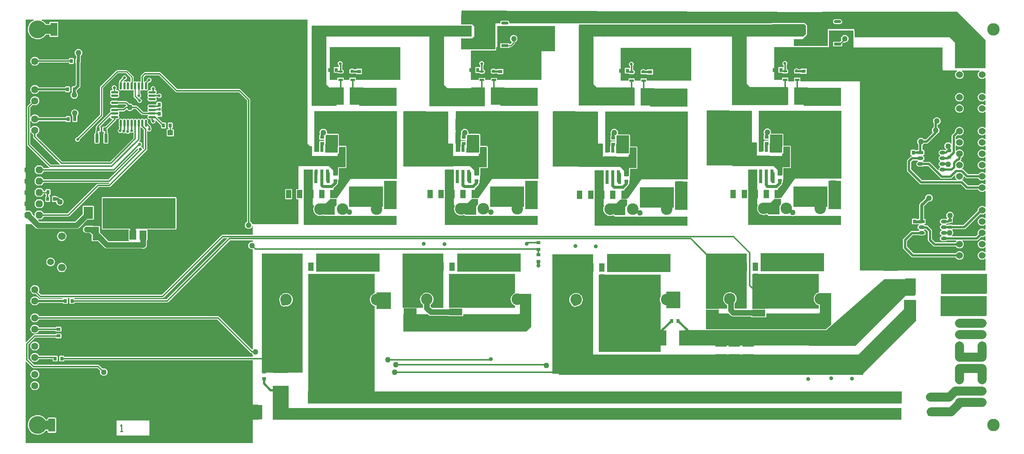
<source format=gbr>
G04 Layer_Physical_Order=1*
G04 Layer_Color=255*
%FSLAX45Y45*%
%MOMM*%
%TF.FileFunction,Copper,L1,Top,Signal*%
%TF.Part,Single*%
G01*
G75*
%TA.AperFunction,SMDPad,CuDef*%
%ADD10R,1.52400X3.00000*%
%ADD11R,3.00000X1.52400*%
%ADD12C,2.60000*%
%ADD13R,1.40000X3.30000*%
%ADD14R,3.30000X1.40000*%
%ADD15R,1.10000X2.60000*%
%ADD16R,0.90000X0.80000*%
%ADD17O,1.00000X0.55000*%
%ADD18R,1.00000X0.55000*%
%ADD19R,0.70000X0.90000*%
%ADD20R,1.40000X1.10000*%
%ADD21R,3.20000X1.80000*%
%ADD22R,3.36000X4.86000*%
%ADD23R,1.39000X1.40000*%
%ADD24R,0.90000X0.70000*%
%ADD25R,1.20000X1.20000*%
%ADD26R,1.17000X1.88000*%
%ADD27R,1.70000X1.10000*%
%ADD28R,1.80000X2.10000*%
%ADD29R,0.76200X1.14300*%
%ADD30R,2.99720X2.26060*%
%ADD31O,1.65000X0.55000*%
%ADD32O,0.55000X1.65000*%
%ADD33R,1.65000X0.65000*%
%ADD34O,1.65000X0.65000*%
%ADD35R,3.80000X2.00000*%
%ADD36R,1.50000X2.00000*%
%ADD37R,1.42240X3.02260*%
%ADD38R,1.40000X0.80000*%
%ADD39O,1.40000X0.80000*%
%ADD40R,0.80000X0.90000*%
%ADD41R,0.71120X2.00660*%
%ADD42R,1.21920X1.21920*%
%ADD43R,1.30000X4.75000*%
%ADD44R,2.60000X1.10000*%
%ADD45R,3.50000X2.00000*%
%ADD46R,2.15900X2.74300*%
%ADD47R,2.00000X3.50000*%
%ADD48R,2.50000X1.50000*%
%ADD49R,5.60000X2.30000*%
%ADD50R,3.10000X4.00000*%
%ADD51R,2.26000X2.16000*%
%ADD52R,1.20000X1.52400*%
%TA.AperFunction,Conductor*%
%ADD53C,2.00000*%
%ADD54C,1.27000*%
%ADD55C,0.30000*%
%ADD56C,0.50000*%
%ADD57C,0.70000*%
%ADD58C,0.63500*%
%ADD59C,0.25400*%
%ADD60C,0.30480*%
%ADD61C,0.50800*%
%TA.AperFunction,NonConductor*%
%ADD62C,0.25400*%
%TA.AperFunction,ViaPad*%
%ADD63C,4.00000*%
%ADD64C,1.52400*%
%TA.AperFunction,ComponentPad*%
%ADD65C,2.80000*%
%ADD66C,1.52400*%
G04:AMPARAMS|DCode=67|XSize=1.5748mm|YSize=1.5748mm|CornerRadius=0mm|HoleSize=0mm|Usage=FLASHONLY|Rotation=90.000|XOffset=0mm|YOffset=0mm|HoleType=Round|Shape=Octagon|*
%AMOCTAGOND67*
4,1,8,0.39370,0.78740,-0.39370,0.78740,-0.78740,0.39370,-0.78740,-0.39370,-0.39370,-0.78740,0.39370,-0.78740,0.78740,-0.39370,0.78740,0.39370,0.39370,0.78740,0.0*
%
%ADD67OCTAGOND67*%

%ADD68C,1.60000*%
%ADD69C,1.70000*%
%TA.AperFunction,ViaPad*%
%ADD70C,0.90000*%
%ADD71C,1.27000*%
%ADD72C,0.76200*%
%ADD73C,0.67200*%
%ADD74C,0.63500*%
%ADD75C,0.70000*%
%ADD76C,0.95000*%
G36*
X23825200Y6302205D02*
Y6205795D01*
X23812500Y6199532D01*
X23797514Y6211031D01*
X23774113Y6220724D01*
X23749001Y6224030D01*
X23723888Y6220724D01*
X23700485Y6211031D01*
X23680389Y6195610D01*
X23664969Y6175515D01*
X23655276Y6152113D01*
X23651970Y6127000D01*
X23655276Y6101887D01*
X23664969Y6078485D01*
X23680389Y6058389D01*
X23700485Y6042969D01*
X23723888Y6033276D01*
X23749001Y6029970D01*
X23774113Y6033276D01*
X23797514Y6042969D01*
X23812500Y6054468D01*
X23825200Y6048205D01*
Y5951795D01*
X23812500Y5945532D01*
X23797514Y5957031D01*
X23774113Y5966724D01*
X23749001Y5970030D01*
X23723888Y5966724D01*
X23700485Y5957031D01*
X23680389Y5941610D01*
X23664969Y5921515D01*
X23655276Y5898113D01*
X23651970Y5873000D01*
X23655276Y5847887D01*
X23657838Y5841702D01*
X23609227Y5793090D01*
X23071643D01*
X23067332Y5805790D01*
X23078354Y5814248D01*
X23091737Y5831691D01*
X23100153Y5852003D01*
X23103021Y5873801D01*
X23100153Y5895599D01*
X23091737Y5915911D01*
X23078354Y5933354D01*
X23076605Y5934696D01*
X23079204Y5948161D01*
X23085818Y5952582D01*
X23087109Y5954511D01*
X23349001D01*
X23349001Y5954511D01*
X23366714Y5958035D01*
X23381734Y5968069D01*
X23707660Y6293997D01*
X23723888Y6287276D01*
X23749001Y6283970D01*
X23774113Y6287276D01*
X23797514Y6296969D01*
X23812500Y6308468D01*
X23825200Y6302205D01*
D02*
G37*
G36*
X12440000Y6510000D02*
X12400000Y6470000D01*
Y6280000D01*
X12153841D01*
X12139417Y6294424D01*
X12138576Y6294986D01*
X12137935Y6295767D01*
X12135292Y6297180D01*
X12132802Y6298844D01*
X12131810Y6299041D01*
X12130918Y6299518D01*
X12127934Y6299812D01*
X12124998Y6300396D01*
X12124006Y6300199D01*
X12122999Y6300298D01*
X12120132Y6299428D01*
X12117194Y6298844D01*
X12116353Y6298282D01*
X12115385Y6297988D01*
X12099839Y6289678D01*
X12075407Y6282267D01*
X12052388Y6280000D01*
X12047612D01*
X12040000Y6280750D01*
Y6540000D01*
X12200000D01*
X12290000Y6630000D01*
X12440000D01*
Y6510000D01*
D02*
G37*
G36*
X19239999Y6515000D02*
X19200000Y6475000D01*
Y6285000D01*
X18956841D01*
X18936810Y6305030D01*
X18935970Y6305592D01*
X18935329Y6306374D01*
X18932687Y6307785D01*
X18930196Y6309450D01*
X18929202Y6309648D01*
X18928311Y6310125D01*
X18925330Y6310418D01*
X18922391Y6311003D01*
X18921399Y6310805D01*
X18920393Y6310904D01*
X18917526Y6310035D01*
X18914587Y6309450D01*
X18913747Y6308888D01*
X18912779Y6308595D01*
X18899838Y6301678D01*
X18875407Y6294267D01*
X18852390Y6292000D01*
X18839999Y6299219D01*
Y6545000D01*
X19000000D01*
X19089999Y6635000D01*
X19239999D01*
Y6515000D01*
D02*
G37*
G36*
X13777802Y7040201D02*
Y6405201D01*
X13498401D01*
X13498401Y7040201D01*
X13777802Y7040201D01*
D02*
G37*
G36*
X17137801Y7027201D02*
Y6392201D01*
X16858401D01*
X16858401Y7027201D01*
X17137801Y7027201D01*
D02*
G37*
G36*
X8726201Y6508801D02*
X8751601Y6483401D01*
X8760611Y6474391D01*
X8752748Y6459680D01*
X8744170Y6431405D01*
X8741274Y6402000D01*
X8744170Y6372595D01*
X8752748Y6344320D01*
X8766676Y6318261D01*
X8785421Y6295421D01*
X8808261Y6276676D01*
X8834320Y6262747D01*
X8862595Y6254170D01*
X8892000Y6251274D01*
X8921405Y6254170D01*
X8949680Y6262747D01*
X8964392Y6270611D01*
X8980201Y6254801D01*
X9368516D01*
X9370595Y6254170D01*
X9400000Y6251274D01*
X9429405Y6254170D01*
X9431484Y6254801D01*
X10130516D01*
X10132595Y6254170D01*
X10162000Y6251274D01*
X10191405Y6254170D01*
X10193484Y6254801D01*
X10605801D01*
X10605801Y6051601D01*
X8523001Y6051602D01*
X8523001Y7296201D01*
X8726201Y7296201D01*
Y6508801D01*
D02*
G37*
G36*
X11898201Y6506801D02*
X11920004Y6484998D01*
X11910748Y6467680D01*
X11902171Y6439405D01*
X11899274Y6410000D01*
X11902171Y6380595D01*
X11910748Y6352320D01*
X11924676Y6326261D01*
X11943421Y6303421D01*
X11966261Y6284676D01*
X11992320Y6270747D01*
X12020595Y6262170D01*
X12050000Y6259274D01*
X12079405Y6262170D01*
X12107680Y6270747D01*
X12124998Y6280004D01*
X12152201Y6252801D01*
X13777802D01*
X13777802Y6049601D01*
X11695001Y6049602D01*
X11695000Y7294201D01*
X11898201Y7294201D01*
Y6506801D01*
D02*
G37*
G36*
X18702200Y6510801D02*
X18718611Y6494391D01*
X18710747Y6479680D01*
X18702170Y6451405D01*
X18699274Y6422000D01*
X18702170Y6392595D01*
X18710747Y6364320D01*
X18724677Y6338261D01*
X18743420Y6315421D01*
X18766261Y6296676D01*
X18792320Y6282747D01*
X18820595Y6274170D01*
X18850000Y6271274D01*
X18879405Y6274170D01*
X18907680Y6282747D01*
X18922391Y6290611D01*
X18956201Y6256801D01*
X19458522D01*
X19478201Y6248649D01*
X19500000Y6245779D01*
X19521799Y6248649D01*
X19541478Y6256801D01*
X20581801D01*
X20581801Y6053601D01*
X18499001Y6053602D01*
X18499001Y7298201D01*
X18702200Y7298201D01*
Y6510801D01*
D02*
G37*
G36*
X9260000Y6500000D02*
X9220000Y6460000D01*
Y6275193D01*
X8988648D01*
X8978811Y6285030D01*
X8977970Y6285592D01*
X8977328Y6286374D01*
X8974686Y6287787D01*
X8972195Y6289451D01*
X8971203Y6289648D01*
X8970311Y6290125D01*
X8967328Y6290419D01*
X8964392Y6291003D01*
X8963400Y6290806D01*
X8962393Y6290905D01*
X8959525Y6290035D01*
X8956588Y6289451D01*
X8955747Y6288889D01*
X8954779Y6288595D01*
X8941838Y6281678D01*
X8917407Y6274267D01*
X8892000Y6271765D01*
X8866593Y6274267D01*
X8860000Y6276267D01*
Y6530000D01*
X9020000D01*
X9120000Y6630000D01*
X9260000D01*
Y6500000D01*
D02*
G37*
G36*
X15780000D02*
X15739999Y6460000D01*
Y6270000D01*
X15510841D01*
X15492676Y6288165D01*
X15491835Y6288727D01*
X15491193Y6289509D01*
X15488551Y6290921D01*
X15486060Y6292585D01*
X15485068Y6292783D01*
X15484177Y6293259D01*
X15481194Y6293553D01*
X15478258Y6294138D01*
X15477264Y6293940D01*
X15476257Y6294039D01*
X15473390Y6293170D01*
X15470453Y6292585D01*
X15469612Y6292023D01*
X15468645Y6291730D01*
X15449838Y6281678D01*
X15425407Y6274267D01*
X15400000Y6271765D01*
X15380000Y6273734D01*
Y6530000D01*
X15539999D01*
X15630000Y6620000D01*
X15780000D01*
Y6500000D01*
D02*
G37*
G36*
X10605801Y7042201D02*
Y6407201D01*
X10326401D01*
X10326401Y7042201D01*
X10605801Y7042201D01*
D02*
G37*
G36*
X13789198Y7084600D02*
X12874800D01*
X12747801Y7084600D01*
X12443000Y6652800D01*
X12366800Y6652800D01*
Y6870846D01*
X12367255Y6871150D01*
X12445853Y6949748D01*
X12458009Y6967941D01*
X12462278Y6989401D01*
Y6989749D01*
X12465620Y6991982D01*
X12470041Y6998598D01*
X12471593Y7006401D01*
Y7065601D01*
X12482401D01*
Y7150601D01*
X12480221Y7152782D01*
X12484641Y7159397D01*
X12486193Y7167201D01*
Y7324609D01*
X12634801D01*
X12642605Y7326161D01*
X12649221Y7330582D01*
X12653641Y7337197D01*
X12655193Y7345001D01*
Y7548201D01*
X12655193Y7803420D01*
X12653640Y7811223D01*
X12649220Y7817839D01*
X12642604Y7822259D01*
X12634801Y7823812D01*
X12491381Y7823812D01*
X12491380Y7823812D01*
X12486741Y7827619D01*
Y8075200D01*
X12485189Y8083004D01*
X12480769Y8089619D01*
X12474153Y8094040D01*
X12466349Y8095592D01*
X12228128D01*
X12220089Y8108292D01*
X12222420Y8126000D01*
X12219551Y8147798D01*
X12211137Y8168110D01*
X12197753Y8185553D01*
X12180310Y8198937D01*
X12159998Y8207351D01*
X12138200Y8210221D01*
X12116402Y8207351D01*
X12096090Y8198937D01*
X12078647Y8185553D01*
X12065263Y8168110D01*
X12056849Y8147798D01*
X12053979Y8126000D01*
X12056849Y8104202D01*
X12060036Y8096509D01*
Y8077048D01*
X12059996Y8077040D01*
X12053380Y8072619D01*
X12048960Y8066004D01*
X12047408Y8058200D01*
Y7978200D01*
X12048960Y7970397D01*
X12053380Y7963781D01*
X12059996Y7959361D01*
X12067800Y7957808D01*
X12152549D01*
X12157143Y7954212D01*
X12157279Y7950967D01*
X12145529Y7938592D01*
X12067800D01*
X12059996Y7937040D01*
X12053380Y7932619D01*
X12048960Y7926004D01*
X12047408Y7918200D01*
Y7843817D01*
X12045323Y7833336D01*
Y7817645D01*
X12044461Y7816354D01*
X12042908Y7808551D01*
Y7706901D01*
X12030229Y7694201D01*
X11935001D01*
X11935000Y8608601D01*
X13789198Y8608601D01*
X13789198Y7084600D01*
D02*
G37*
G36*
X17149200Y7071600D02*
X16234801D01*
X16107800Y7071600D01*
X15803000Y6639800D01*
X15726801Y6639800D01*
Y6857846D01*
X15727255Y6858150D01*
X15805853Y6936748D01*
X15818008Y6954941D01*
X15822278Y6976401D01*
Y6976748D01*
X15825620Y6978982D01*
X15830042Y6985597D01*
X15831593Y6993401D01*
Y7052601D01*
X15842401D01*
Y7137601D01*
X15840221Y7139782D01*
X15844641Y7146397D01*
X15846193Y7154201D01*
Y7311609D01*
X15994801D01*
X16002605Y7313161D01*
X16009221Y7317582D01*
X16013641Y7324197D01*
X16015193Y7332001D01*
Y7535200D01*
X16015193Y7790420D01*
X16013641Y7798223D01*
X16009219Y7804839D01*
X16002605Y7809259D01*
X15994801Y7810811D01*
X15851381Y7810812D01*
X15851379Y7810812D01*
X15846741Y7814619D01*
Y8062200D01*
X15845189Y8070003D01*
X15840768Y8076619D01*
X15834154Y8081039D01*
X15826350Y8082592D01*
X15584346D01*
X15575861Y8095292D01*
X15579552Y8104202D01*
X15582420Y8126000D01*
X15579552Y8147798D01*
X15571136Y8168110D01*
X15557751Y8185553D01*
X15540311Y8198937D01*
X15519997Y8207351D01*
X15498199Y8210221D01*
X15476402Y8207351D01*
X15456088Y8198937D01*
X15438647Y8185553D01*
X15425262Y8168110D01*
X15416849Y8147798D01*
X15413979Y8126000D01*
X15416849Y8104202D01*
X15421233Y8093618D01*
X15420036Y8087600D01*
Y8064047D01*
X15419997Y8064039D01*
X15413380Y8059619D01*
X15408960Y8053003D01*
X15407408Y8045200D01*
Y7965200D01*
X15408960Y7957396D01*
X15413380Y7950781D01*
X15419997Y7946360D01*
X15427800Y7944808D01*
X15512549D01*
X15517143Y7941212D01*
X15517281Y7937967D01*
X15505530Y7925592D01*
X15427800D01*
X15419997Y7924040D01*
X15413380Y7919619D01*
X15408960Y7913003D01*
X15407408Y7905200D01*
Y7830817D01*
X15405322Y7820336D01*
Y7804645D01*
X15404462Y7803354D01*
X15402908Y7795551D01*
Y7693900D01*
X15390228Y7681200D01*
X15295001D01*
X15295000Y8595600D01*
X17149199Y8595601D01*
X17149200Y7071600D01*
D02*
G37*
G36*
X10617200Y7086600D02*
X9702801D01*
X9575801Y7086600D01*
X9271001Y6654800D01*
X9194801Y6654800D01*
Y6872846D01*
X9195255Y6873150D01*
X9273853Y6951748D01*
X9286009Y6969941D01*
X9290278Y6991401D01*
Y6991749D01*
X9293620Y6993982D01*
X9298041Y7000598D01*
X9299593Y7008401D01*
Y7067601D01*
X9310401D01*
Y7152601D01*
X9308221Y7154782D01*
X9312641Y7161397D01*
X9314193Y7169201D01*
Y7326609D01*
X9462801D01*
X9470605Y7328161D01*
X9477221Y7332582D01*
X9481641Y7339197D01*
X9483193Y7347001D01*
Y7550201D01*
X9483193Y7805420D01*
X9481641Y7813223D01*
X9477220Y7819839D01*
X9470605Y7824259D01*
X9462801Y7825812D01*
X9319381Y7825812D01*
X9319380Y7825812D01*
X9314742Y7829619D01*
Y8077200D01*
X9313189Y8085004D01*
X9308769Y8091619D01*
X9302153Y8096040D01*
X9294350Y8097592D01*
X9056128D01*
X9048089Y8110292D01*
X9050421Y8128000D01*
X9047551Y8149798D01*
X9039137Y8170110D01*
X9025753Y8187553D01*
X9008310Y8200937D01*
X8987998Y8209351D01*
X8966200Y8212221D01*
X8944402Y8209351D01*
X8924090Y8200937D01*
X8906647Y8187553D01*
X8893263Y8170110D01*
X8884849Y8149798D01*
X8881979Y8128000D01*
X8884849Y8106202D01*
X8888036Y8098509D01*
Y8079048D01*
X8887996Y8079040D01*
X8881381Y8074619D01*
X8876960Y8068004D01*
X8875408Y8060200D01*
Y7980200D01*
X8876960Y7972397D01*
X8881381Y7965781D01*
X8887996Y7961361D01*
X8895800Y7959808D01*
X8980549D01*
X8985144Y7956212D01*
X8985280Y7952967D01*
X8973530Y7940592D01*
X8895800D01*
X8887996Y7939040D01*
X8881381Y7934619D01*
X8876960Y7928004D01*
X8875408Y7920200D01*
Y7845817D01*
X8873323Y7835336D01*
Y7819645D01*
X8872461Y7818354D01*
X8870909Y7810551D01*
Y7708901D01*
X8858229Y7696201D01*
X8763001D01*
X8763000Y8610601D01*
X10617199Y8610601D01*
X10617200Y7086600D01*
D02*
G37*
G36*
X23380235Y7110269D02*
X23380235Y7110268D01*
X23395255Y7100234D01*
X23412968Y7096710D01*
X23412968Y7096710D01*
X23664047D01*
X23664969Y7094485D01*
X23680389Y7074389D01*
X23700485Y7058969D01*
X23723888Y7049276D01*
X23749001Y7045970D01*
X23774113Y7049276D01*
X23797514Y7058969D01*
X23812500Y7070468D01*
X23825200Y7064205D01*
Y6967795D01*
X23812500Y6961532D01*
X23797514Y6973031D01*
X23774113Y6982724D01*
X23749001Y6986030D01*
X23723888Y6982724D01*
X23700485Y6973031D01*
X23680389Y6957610D01*
X23664969Y6937515D01*
X23664047Y6935289D01*
X23432143D01*
X23324100Y7043332D01*
X23309082Y7053366D01*
X23304311Y7054315D01*
X23301144Y7067894D01*
X23309610Y7074389D01*
X23325031Y7094485D01*
X23334724Y7117887D01*
X23337044Y7135501D01*
X23350452Y7140053D01*
X23380235Y7110269D01*
D02*
G37*
G36*
X20593199Y7088600D02*
X19678799D01*
X19551801Y7088600D01*
X19247000Y6656800D01*
X19170799Y6656800D01*
Y6874846D01*
X19171255Y6875150D01*
X19249854Y6953748D01*
X19262009Y6971941D01*
X19266277Y6993401D01*
Y6993749D01*
X19269620Y6995982D01*
X19274040Y7002598D01*
X19275594Y7010401D01*
Y7069601D01*
X19286401D01*
Y7154601D01*
X19284221Y7156782D01*
X19288641Y7163397D01*
X19290193Y7171201D01*
Y7328609D01*
X19438802D01*
X19446605Y7330161D01*
X19453220Y7334582D01*
X19457642Y7341197D01*
X19459193Y7349001D01*
Y7552201D01*
X19459192Y7807420D01*
X19457640Y7815223D01*
X19453220Y7821839D01*
X19446603Y7826259D01*
X19438802Y7827812D01*
X19295381Y7827812D01*
X19295380Y7827812D01*
X19290741Y7831619D01*
Y8079200D01*
X19289189Y8087004D01*
X19284769Y8093619D01*
X19278152Y8098040D01*
X19270349Y8099592D01*
X19014928D01*
X19007874Y8110152D01*
X19009550Y8114202D01*
X19012421Y8136000D01*
X19009550Y8157798D01*
X19001137Y8178110D01*
X18987752Y8195553D01*
X18970309Y8208937D01*
X18949997Y8217351D01*
X18928200Y8220221D01*
X18906403Y8217351D01*
X18886089Y8208937D01*
X18868646Y8195553D01*
X18855263Y8178110D01*
X18846849Y8157798D01*
X18843979Y8136000D01*
X18846849Y8114202D01*
X18855263Y8093890D01*
X18857008Y8091613D01*
X18857381Y8076619D01*
X18852960Y8070004D01*
X18851408Y8062200D01*
Y7982200D01*
X18852960Y7974397D01*
X18857381Y7967781D01*
X18863995Y7963361D01*
X18871799Y7961808D01*
X18956549D01*
X18961143Y7958212D01*
X18961279Y7954967D01*
X18949529Y7942592D01*
X18871799D01*
X18863995Y7941040D01*
X18857381Y7936619D01*
X18852960Y7930004D01*
X18851408Y7922200D01*
Y7847817D01*
X18849323Y7837336D01*
Y7821645D01*
X18848460Y7820354D01*
X18846909Y7812551D01*
Y7710901D01*
X18834229Y7698201D01*
X18739001D01*
X18739000Y8612601D01*
X20593199Y8612601D01*
X20593199Y7088600D01*
D02*
G37*
G36*
X16833002Y6443001D02*
X16071001D01*
Y6900201D01*
X16833002D01*
Y6443001D01*
D02*
G37*
G36*
X20581801Y7044201D02*
Y6409201D01*
X20302402D01*
X20302402Y7044201D01*
X20581801Y7044201D01*
D02*
G37*
G36*
X13473001Y6456001D02*
X12711001D01*
Y6913201D01*
X13473001D01*
Y6456001D01*
D02*
G37*
G36*
X20277000Y6460001D02*
X19515001D01*
Y6917201D01*
X20277000D01*
Y6460001D01*
D02*
G37*
G36*
X10301001Y6458001D02*
X9539762D01*
X9539252Y6459680D01*
X9539001Y6460149D01*
Y6915201D01*
X10301001D01*
Y6458001D01*
D02*
G37*
G36*
X15258202Y6493801D02*
X15271745Y6480257D01*
X15260747Y6459680D01*
X15252170Y6431405D01*
X15249274Y6402000D01*
X15252170Y6372595D01*
X15260747Y6344320D01*
X15274677Y6318261D01*
X15293420Y6295421D01*
X15316261Y6276676D01*
X15342320Y6262747D01*
X15370595Y6254170D01*
X15400000Y6251274D01*
X15429405Y6254170D01*
X15457680Y6262747D01*
X15478258Y6273746D01*
X15512201Y6239801D01*
X16045422D01*
X16048203Y6238649D01*
X16070000Y6235780D01*
X16091798Y6238649D01*
X16094579Y6239801D01*
X17137801D01*
X17137801Y6036601D01*
X15055000Y6036601D01*
X15055000Y7281201D01*
X15258202Y7281201D01*
Y6493801D01*
D02*
G37*
G36*
X20360001Y3806953D02*
X20245073Y3705392D01*
X17550000D01*
Y4060000D01*
X18060895D01*
X18100447Y4020447D01*
X18117889Y4007063D01*
X18126305Y4003578D01*
X18138202Y3998649D01*
X18160001Y3995779D01*
X18569608D01*
Y3993800D01*
X18571159Y3985996D01*
X18575581Y3979381D01*
X18582198Y3974960D01*
X18589999Y3973408D01*
X18889999D01*
X18897804Y3974960D01*
X18904419Y3979381D01*
X18908839Y3985996D01*
X18910393Y3993800D01*
Y4060000D01*
X20080000D01*
X20107100Y4087100D01*
X20107098Y4517100D01*
X20360001D01*
Y3806953D01*
D02*
G37*
G36*
X15024602Y3135000D02*
X20975999D01*
X20975999Y3135001D01*
X21997000Y4155999D01*
Y4352000D01*
X22007629Y4357000D01*
X22266000D01*
Y3892001D01*
X21941000Y3567000D01*
X21938600D01*
X21082001Y2710400D01*
Y2684000D01*
X14249400D01*
Y2709000D01*
X14110201D01*
X14110201Y5390200D01*
X15024602D01*
X15024602Y3135000D01*
D02*
G37*
G36*
X13630000Y3760000D02*
X13520000Y3650000D01*
X10760000D01*
Y4040000D01*
X11310894D01*
X11320447Y4030447D01*
X11337890Y4017063D01*
X11346303Y4013578D01*
X11358202Y4008649D01*
X11380000Y4005779D01*
X11774646D01*
X11775581Y4004381D01*
X11782196Y3999960D01*
X11790000Y3998408D01*
X12090000D01*
X12097804Y3999960D01*
X12104419Y4004381D01*
X12108840Y4010996D01*
X12110392Y4018800D01*
Y4040000D01*
X13350000D01*
X13377100Y4067100D01*
X13377100Y4497100D01*
X13630000D01*
Y3760000D01*
D02*
G37*
G36*
X10480000Y4160000D02*
X10160000D01*
Y4530000D01*
X10480000D01*
Y4160000D01*
D02*
G37*
G36*
X23855000Y4022000D02*
X23841000Y4008000D01*
X23835001Y4002000D01*
X22817000Y4002000D01*
Y4451000D01*
X23855000D01*
Y4022000D01*
D02*
G37*
G36*
X10119999Y4952999D02*
X10120000Y4514009D01*
X10104320Y4509252D01*
X10078261Y4495324D01*
X10055421Y4476579D01*
X10036676Y4453739D01*
X10022748Y4427680D01*
X10014170Y4399405D01*
X10011274Y4370000D01*
X10014170Y4340595D01*
X10022748Y4312320D01*
X10036676Y4286261D01*
X10055421Y4263421D01*
X10078261Y4244676D01*
X10104320Y4230747D01*
X10120000Y4225991D01*
X10120001Y2310000D01*
X21942999Y2309999D01*
Y2032999D01*
X8622000Y2033000D01*
Y2310000D01*
X8624595D01*
X8624602Y4953003D01*
X10119999Y4952999D01*
D02*
G37*
G36*
X8190000Y1934000D02*
X21941000D01*
Y1674000D01*
X7835999D01*
X7836000Y2437000D01*
X8190000D01*
X8190000Y1934000D01*
D02*
G37*
G36*
X8497600Y2729000D02*
X7583199D01*
X7583200Y5410200D01*
X8497601D01*
X8497600Y2729000D01*
D02*
G37*
G36*
X22261000Y4494000D02*
X22234000Y4467000D01*
X22228000Y4461000D01*
X22033704D01*
X20916000Y3343295D01*
Y3340000D01*
X20912704D01*
X20902000Y3329296D01*
X19868216Y3329297D01*
X19864165Y3340000D01*
X17070000D01*
Y3685000D01*
X20252792D01*
X21553000Y4834000D01*
X22024001D01*
Y4847000D01*
X22261000D01*
Y4494000D01*
D02*
G37*
G36*
X16539999Y4932999D02*
X16539999Y4444990D01*
X16530746Y4427680D01*
X16522169Y4399405D01*
X16519273Y4370000D01*
X16522169Y4340595D01*
X16530746Y4312320D01*
X16539999Y4295010D01*
X16539999Y3206977D01*
X16531020Y3197997D01*
X15151598Y3198006D01*
X15151602Y4933002D01*
X16539999Y4932999D01*
D02*
G37*
G36*
X20080000Y4952999D02*
Y4534616D01*
X20062320Y4529252D01*
X20036261Y4515324D01*
X20013422Y4496579D01*
X19994676Y4473739D01*
X19980746Y4447680D01*
X19972169Y4419405D01*
X19969273Y4390000D01*
X19972169Y4360595D01*
X19980746Y4332320D01*
X19994676Y4306261D01*
X20013422Y4283421D01*
X20036261Y4264676D01*
X20062320Y4250747D01*
X20080000Y4245384D01*
Y4178977D01*
X20071021Y4169996D01*
X18591600Y4170006D01*
X18591602Y4953003D01*
X20080000Y4952999D01*
D02*
G37*
G36*
X16756799Y4988800D02*
X15334401Y4988800D01*
X15334401Y5395199D01*
X16756799Y5395200D01*
Y4988800D01*
D02*
G37*
G36*
X23857001Y4520000D02*
X23842999Y4506000D01*
X23837000Y4500000D01*
X22830000Y4500000D01*
X22829999Y4949000D01*
X23857001Y4949000D01*
Y4520000D01*
D02*
G37*
G36*
X13396800Y5001800D02*
X11974400Y5001800D01*
X11974401Y5408199D01*
X13396800Y5408200D01*
Y5001800D01*
D02*
G37*
G36*
X20203850Y5005000D02*
X18781451Y5005000D01*
X18781451Y5411399D01*
X20203850Y5411400D01*
Y5005000D01*
D02*
G37*
G36*
X10224800Y5003800D02*
X8802401Y5003800D01*
X8802401Y5410199D01*
X10224800Y5410200D01*
Y5003800D01*
D02*
G37*
G36*
X16980000Y4180000D02*
X16660001D01*
Y4550000D01*
X16980000D01*
Y4180000D01*
D02*
G37*
G36*
X18464601Y4170000D02*
X18192221D01*
Y4281485D01*
X18194579Y4283421D01*
X18213324Y4306261D01*
X18227252Y4332320D01*
X18235829Y4360595D01*
X18238725Y4390000D01*
X18235829Y4419405D01*
X18227252Y4447680D01*
X18213324Y4473739D01*
X18194579Y4496579D01*
X18171739Y4515324D01*
X18145680Y4529252D01*
X18117406Y4537829D01*
X18088000Y4540725D01*
X18058595Y4537829D01*
X18030321Y4529252D01*
X18004260Y4515324D01*
X17981421Y4496579D01*
X17962675Y4473739D01*
X17948747Y4447680D01*
X17940170Y4419405D01*
X17937274Y4390000D01*
X17940170Y4360595D01*
X17948747Y4332320D01*
X17962675Y4306261D01*
X17981421Y4283421D01*
X18004260Y4264676D01*
X18023779Y4254243D01*
Y4170000D01*
X17550200D01*
X17550201Y5410200D01*
X18464601D01*
X18464601Y4170000D01*
D02*
G37*
G36*
X13270000Y4952999D02*
X13270000Y4519582D01*
X13262320Y4517252D01*
X13236261Y4503324D01*
X13213422Y4484579D01*
X13194676Y4461739D01*
X13180748Y4435680D01*
X13172171Y4407405D01*
X13169273Y4378000D01*
X13172171Y4348595D01*
X13180748Y4320320D01*
X13194676Y4294261D01*
X13213422Y4271421D01*
X13236261Y4252676D01*
X13262320Y4238747D01*
X13270000Y4236418D01*
Y4198977D01*
X13261018Y4189996D01*
X11789600Y4190006D01*
X11789602Y4953003D01*
X13270000Y4952999D01*
D02*
G37*
G36*
X6810714Y5743581D02*
X5446219Y4379086D01*
X3381592D01*
Y4388400D01*
X3380040Y4396204D01*
X3379766Y4396614D01*
X3386554Y4409314D01*
X5359400D01*
X5373056Y4412031D01*
X5384634Y4419766D01*
X6720182Y5755314D01*
X6805854D01*
X6810714Y5743581D01*
D02*
G37*
G36*
X11662600Y4191000D02*
X11398106D01*
X11372221Y4216885D01*
Y4253072D01*
X11394579Y4271421D01*
X11413324Y4294261D01*
X11427252Y4320320D01*
X11435830Y4348595D01*
X11438726Y4378000D01*
X11435830Y4407405D01*
X11427252Y4435680D01*
X11413324Y4461739D01*
X11394579Y4484579D01*
X11371739Y4503324D01*
X11345680Y4517252D01*
X11317405Y4525829D01*
X11288000Y4528726D01*
X11258595Y4525829D01*
X11230320Y4517252D01*
X11204261Y4503324D01*
X11181421Y4484579D01*
X11162676Y4461739D01*
X11148748Y4435680D01*
X11140171Y4407405D01*
X11137274Y4378000D01*
X11140171Y4348595D01*
X11148748Y4320320D01*
X11162676Y4294261D01*
X11181421Y4271421D01*
X11203779Y4253072D01*
Y4191000D01*
X10748200D01*
X10748201Y5410200D01*
X11662601D01*
X11662600Y4191000D01*
D02*
G37*
G36*
X13777802Y8722799D02*
X12939601Y8722799D01*
X12939600Y8853261D01*
X12939601Y9129199D01*
X13777802D01*
X13777802Y8722799D01*
D02*
G37*
G36*
X10605802Y8724799D02*
X9767601Y8724799D01*
X9767600Y8855261D01*
X9767601Y9131199D01*
X10605801D01*
X10605802Y8724799D01*
D02*
G37*
G36*
X20581802Y8726799D02*
X19743600Y8726799D01*
X19743600Y8857261D01*
X19743600Y9133199D01*
X20581801D01*
X20581802Y8726799D01*
D02*
G37*
G36*
X4885466Y8234256D02*
X4890987Y8233158D01*
X4940314Y8183831D01*
Y7763781D01*
X4930913Y7754380D01*
X4917133Y7758560D01*
X4914209Y7773260D01*
X4902053Y7791453D01*
X4883860Y7803609D01*
X4877937Y7804787D01*
X4875255Y7818269D01*
X4884053Y7824147D01*
X4896209Y7842340D01*
X4900477Y7863800D01*
X4896209Y7885260D01*
X4884053Y7903453D01*
X4865860Y7915609D01*
X4844400Y7919877D01*
X4836792Y7918364D01*
X4830536Y7930069D01*
X4849234Y7948766D01*
X4856969Y7960343D01*
X4859686Y7974000D01*
Y8237371D01*
X4863059Y8239844D01*
X4872386Y8242996D01*
X4885466Y8234256D01*
D02*
G37*
G36*
X12291060Y10283190D02*
X11674200D01*
Y9201100D01*
X11750400Y9124900D01*
X12588199D01*
Y8718500D01*
X11344000D01*
Y10283190D01*
X9031000Y10283190D01*
Y9207398D01*
X9107200Y9131198D01*
X9259600D01*
Y8724798D01*
X8700800D01*
Y10523220D01*
X8719820D01*
Y10524490D01*
X12291060Y10524490D01*
X12291060Y10283190D01*
D02*
G37*
G36*
X17137802Y8709798D02*
X16299602Y8709799D01*
X16299600Y8840261D01*
X16299602Y9116198D01*
X17137801D01*
X17137802Y8709798D01*
D02*
G37*
G36*
X20169427Y10837468D02*
X20170140Y10838180D01*
X23190199D01*
X23371809Y10656570D01*
X23373080Y10657840D01*
X23822659Y10208260D01*
Y10160000D01*
X23825200D01*
X23825200Y9575800D01*
X23139401Y9575800D01*
X23139400Y10149840D01*
X23025101Y10264140D01*
X20883952D01*
Y10411459D01*
X20883952Y10411460D01*
X20882401Y10419264D01*
X20878799Y10424651D01*
Y10449560D01*
X20289520D01*
Y10422067D01*
X20289449Y10421715D01*
X20287794Y10067990D01*
X19522440Y10067990D01*
X19522440Y10223500D01*
X19720560D01*
X19778979Y10281920D01*
X19817081Y10320020D01*
Y10347960D01*
Y10538460D01*
X19773900Y10581640D01*
X19771851D01*
X19766464Y10585240D01*
X19758659Y10586792D01*
X19666367D01*
X19665421Y10586603D01*
X19565421D01*
X19564473Y10586792D01*
X19039841D01*
X19039841Y10586792D01*
X19032036Y10585240D01*
X19026649Y10581640D01*
X13147601D01*
X13141348Y10589260D01*
X13137274Y10609744D01*
X13125670Y10627110D01*
X13108304Y10638714D01*
X13087820Y10642788D01*
X12987820D01*
X12967336Y10638714D01*
X12949969Y10627110D01*
X12938367Y10609744D01*
X12934293Y10589260D01*
X12928038Y10581640D01*
X12824460D01*
Y9992360D01*
X12072620D01*
X12057380Y10007600D01*
Y10243820D01*
X12306300D01*
X12352020Y10289540D01*
Y10317480D01*
Y10507980D01*
X12308840Y10551160D01*
X12059920D01*
Y10761971D01*
X12065000Y10767483D01*
Y10855945D01*
X12073995Y10864910D01*
X20169427Y10837468D01*
D02*
G37*
G36*
X17221802Y10030597D02*
Y9293998D01*
X16225201D01*
Y9341899D01*
X16085202D01*
Y9293998D01*
X15955199D01*
Y9341899D01*
X15815199D01*
Y9293998D01*
X15639200D01*
Y10030598D01*
X17221802Y10030597D01*
D02*
G37*
G36*
X10689801Y10045598D02*
Y9308998D01*
X9693201D01*
Y9356899D01*
X9553202D01*
Y9308998D01*
X9423199D01*
Y9356899D01*
X9283200D01*
Y9308998D01*
X9107200D01*
Y10045598D01*
X10689801Y10045598D01*
D02*
G37*
G36*
X8607481Y9263776D02*
Y7879176D01*
X8658281Y7828376D01*
Y7815976D01*
X8709081D01*
Y7601002D01*
X9285001Y7601000D01*
Y7651801D01*
X9310400D01*
X9310400Y7796440D01*
X9319380Y7805420D01*
X9462801Y7805420D01*
X9462801Y7550201D01*
Y7347001D01*
X9293802D01*
Y7169201D01*
X9183401D01*
Y7280950D01*
X9091951Y7372401D01*
X8404281Y7372402D01*
Y6858193D01*
X8376901D01*
X8369097Y6856641D01*
X8362482Y6852221D01*
X8358061Y6845605D01*
X8356509Y6837801D01*
Y6649802D01*
X8358061Y6641998D01*
X8362482Y6635382D01*
X8369097Y6630962D01*
X8376901Y6629410D01*
X8404281D01*
Y6063376D01*
X7371628D01*
X7371151Y6066998D01*
X7362737Y6087310D01*
X7349353Y6104753D01*
X7331910Y6118137D01*
X7325486Y6120798D01*
Y8864600D01*
X7322769Y8878256D01*
X7315034Y8889834D01*
X7111834Y9093034D01*
X7100256Y9100769D01*
X7086600Y9103486D01*
X5689982D01*
X5320234Y9473234D01*
X5308656Y9480969D01*
X5295000Y9483686D01*
X4966000D01*
X4952344Y9480969D01*
X4940766Y9473234D01*
X4878766Y9411234D01*
X4871031Y9399656D01*
X4868314Y9386000D01*
Y9270630D01*
X4864942Y9268156D01*
X4855614Y9265004D01*
X4842534Y9273744D01*
X4824000Y9277431D01*
X4805466Y9273744D01*
X4789755Y9263246D01*
X4778245D01*
X4762534Y9273744D01*
X4744000Y9277431D01*
X4725467Y9273744D01*
X4720041Y9270119D01*
X4707341Y9276907D01*
Y9370000D01*
X4704803Y9382759D01*
X4697575Y9393575D01*
X4575575Y9515575D01*
X4564759Y9522803D01*
X4552000Y9525341D01*
X4342000D01*
X4329242Y9522803D01*
X4318425Y9515576D01*
X3965425Y9162575D01*
X3958197Y9151759D01*
X3955659Y9139000D01*
Y8527810D01*
X3450517Y8022668D01*
X3430808Y8018747D01*
X3413690Y8007310D01*
X3402253Y7990192D01*
X3398236Y7970000D01*
X3402253Y7949808D01*
X3413690Y7932690D01*
X3430808Y7921253D01*
X3451000Y7917236D01*
X3471192Y7921253D01*
X3488310Y7932690D01*
X3499747Y7949808D01*
X3503764Y7970000D01*
X3501837Y7979687D01*
X4012575Y8490425D01*
X4019802Y8501241D01*
X4022340Y8514000D01*
Y9125190D01*
X4355810Y9458660D01*
X4538190D01*
X4640660Y9356190D01*
Y9270532D01*
X4632358Y9264985D01*
X4624000Y9263955D01*
X4615643Y9264985D01*
X4602534Y9273744D01*
X4584000Y9277431D01*
X4565466Y9273744D01*
X4552358Y9264985D01*
X4544000Y9263955D01*
X4535642Y9264985D01*
X4522534Y9273744D01*
X4504000Y9277431D01*
X4485467Y9273744D01*
X4485432Y9273721D01*
X4477336Y9283586D01*
X4500718Y9306968D01*
X4505400Y9306036D01*
X4525592Y9310053D01*
X4542710Y9321490D01*
X4554147Y9338608D01*
X4558164Y9358800D01*
X4554147Y9378992D01*
X4542710Y9396110D01*
X4525592Y9407548D01*
X4505400Y9411564D01*
X4485208Y9407548D01*
X4468090Y9396110D01*
X4456653Y9378992D01*
X4452636Y9358800D01*
X4453567Y9354118D01*
X4397425Y9297976D01*
X4390197Y9287159D01*
X4387659Y9274400D01*
Y9260111D01*
X4379256Y9247534D01*
X4375570Y9229000D01*
Y9119000D01*
X4379256Y9100466D01*
X4389754Y9084754D01*
X4405466Y9074256D01*
X4424000Y9070570D01*
X4442534Y9074256D01*
X4455643Y9083015D01*
X4464000Y9084045D01*
X4472358Y9083015D01*
X4485467Y9074256D01*
X4504000Y9070570D01*
X4522534Y9074256D01*
X4535642Y9083015D01*
X4544000Y9084045D01*
X4552358Y9083015D01*
X4565466Y9074256D01*
X4584000Y9070570D01*
X4602534Y9074256D01*
X4615643Y9083015D01*
X4624000Y9084045D01*
X4632358Y9083015D01*
X4645466Y9074256D01*
X4664000Y9070570D01*
X4682534Y9074256D01*
X4695643Y9083015D01*
X4696184Y9083156D01*
X4704300Y9080596D01*
X4708659Y9077601D01*
Y8944200D01*
X4711197Y8931441D01*
X4718425Y8920625D01*
X4791568Y8847482D01*
X4790636Y8842800D01*
X4794653Y8822608D01*
X4806090Y8805490D01*
X4823208Y8794053D01*
X4843400Y8790036D01*
X4863592Y8794053D01*
X4880710Y8805490D01*
X4892147Y8822608D01*
X4896164Y8842800D01*
X4892147Y8862992D01*
X4880710Y8880110D01*
X4863592Y8891548D01*
X4848729Y8894504D01*
X4847466Y8898699D01*
X4847388Y8907720D01*
X4862310Y8917690D01*
X4873747Y8934808D01*
X4877764Y8955000D01*
X4873747Y8975192D01*
X4862310Y8992310D01*
X4857341Y8995630D01*
Y9075539D01*
X4868807Y9083453D01*
X4872358Y9083015D01*
X4885466Y9074256D01*
X4904000Y9070570D01*
X4922534Y9074256D01*
X4935643Y9083015D01*
X4944000Y9084045D01*
X4952358Y9083015D01*
X4965467Y9074256D01*
X4984000Y9070570D01*
X5002534Y9074256D01*
X5018246Y9084754D01*
X5028744Y9100466D01*
X5032431Y9119000D01*
Y9229000D01*
X5032205Y9230137D01*
X5056484Y9254417D01*
X5058400Y9254036D01*
X5078592Y9258053D01*
X5095710Y9269490D01*
X5107148Y9286608D01*
X5111164Y9306800D01*
X5107148Y9326992D01*
X5095710Y9344110D01*
X5078592Y9355547D01*
X5058400Y9359564D01*
X5038208Y9355547D01*
X5021090Y9344110D01*
X5009653Y9326992D01*
X5005636Y9306800D01*
X5006017Y9304884D01*
X4977214Y9276081D01*
X4965467Y9273744D01*
X4952386Y9265004D01*
X4943059Y9268156D01*
X4939686Y9270630D01*
Y9371218D01*
X4980782Y9412314D01*
X5280219D01*
X5649966Y9042566D01*
X5661544Y9034831D01*
X5675200Y9032114D01*
X7071818D01*
X7254114Y8849818D01*
Y6120798D01*
X7247690Y6118137D01*
X7230247Y6104753D01*
X7216863Y6087310D01*
X7208449Y6066998D01*
X7207972Y6063376D01*
X7202822D01*
X7207251Y6057899D01*
X7205579Y6045200D01*
X7208449Y6023402D01*
X7216863Y6003090D01*
X7230247Y5985647D01*
X7247690Y5972263D01*
X7268002Y5963849D01*
X7289800Y5960979D01*
X7311598Y5963849D01*
X7331910Y5972263D01*
X7349353Y5985647D01*
X7362737Y6003090D01*
X7371151Y6023402D01*
X7372300Y6032130D01*
X7385000Y6031298D01*
Y5826686D01*
X6705400D01*
X6691744Y5823969D01*
X6680166Y5816234D01*
X5344618Y4480686D01*
X2634181D01*
X2574604Y4540263D01*
X2579749Y4546969D01*
X2589826Y4571295D01*
X2593263Y4597400D01*
X2589826Y4623505D01*
X2579749Y4647831D01*
X2563721Y4668721D01*
X2542831Y4684750D01*
X2518505Y4694826D01*
X2492400Y4698263D01*
X2466295Y4694826D01*
X2441969Y4684750D01*
X2421079Y4668721D01*
X2405050Y4647831D01*
X2394974Y4623505D01*
X2391537Y4597400D01*
X2394974Y4571295D01*
X2405050Y4546969D01*
X2421079Y4526079D01*
X2441969Y4510050D01*
X2466295Y4499974D01*
X2492400Y4496537D01*
X2514487Y4499445D01*
X2594166Y4419766D01*
X2605744Y4412031D01*
X2619400Y4409314D01*
X3110230D01*
X3117242Y4397192D01*
X3113074Y4389282D01*
X2581634D01*
X2579749Y4393831D01*
X2563721Y4414721D01*
X2542831Y4430750D01*
X2518505Y4440826D01*
X2492400Y4444263D01*
X2466295Y4440826D01*
X2441969Y4430750D01*
X2421079Y4414721D01*
X2405050Y4393831D01*
X2394974Y4369505D01*
X2391537Y4343400D01*
X2394974Y4317295D01*
X2405050Y4292969D01*
X2421079Y4272079D01*
X2441969Y4256050D01*
X2466295Y4245974D01*
X2492400Y4242537D01*
X2518505Y4245974D01*
X2542831Y4256050D01*
X2563721Y4272079D01*
X2579749Y4292969D01*
X2581634Y4297519D01*
X3120984D01*
X3122361Y4290597D01*
X3126781Y4283981D01*
X3133397Y4279561D01*
X3141200Y4278008D01*
X3211200D01*
X3219004Y4279561D01*
X3225619Y4283981D01*
X3230040Y4290597D01*
X3231592Y4298400D01*
Y4388400D01*
X3230040Y4396204D01*
X3229766Y4396614D01*
X3236554Y4409314D01*
X3265846D01*
X3272635Y4396614D01*
X3272360Y4396204D01*
X3270808Y4388400D01*
Y4298400D01*
X3272360Y4290597D01*
X3276781Y4283981D01*
X3283397Y4279561D01*
X3291200Y4278008D01*
X3361200D01*
X3369004Y4279561D01*
X3375619Y4283981D01*
X3380040Y4290597D01*
X3381592Y4298400D01*
Y4299887D01*
X3384570Y4304344D01*
X3385240Y4307715D01*
X5461000D01*
X5474657Y4310431D01*
X5486234Y4318167D01*
X6873382Y5705314D01*
X7385000D01*
Y5679350D01*
X7375451Y5670976D01*
X7366000Y5672221D01*
X7344202Y5669351D01*
X7323890Y5660937D01*
X7306447Y5647553D01*
X7293063Y5630110D01*
X7284649Y5609798D01*
X7281779Y5588000D01*
X7284649Y5566202D01*
X7293063Y5545890D01*
X7306447Y5528447D01*
X7323890Y5515063D01*
X7344202Y5506649D01*
X7366000Y5503779D01*
X7375451Y5505024D01*
X7385000Y5496650D01*
Y3261758D01*
X7382647Y3259953D01*
X7377338Y3253033D01*
X7364665Y3252203D01*
X6629234Y3987634D01*
X6617656Y3995369D01*
X6604000Y3998086D01*
X2585857D01*
X2579749Y4012831D01*
X2563721Y4033721D01*
X2542831Y4049750D01*
X2518505Y4059826D01*
X2492400Y4063263D01*
X2466295Y4059826D01*
X2441969Y4049750D01*
X2421079Y4033721D01*
X2405050Y4012831D01*
X2394974Y3988505D01*
X2391537Y3962400D01*
X2394974Y3936295D01*
X2405050Y3911969D01*
X2421079Y3891079D01*
X2441969Y3875050D01*
X2466295Y3864974D01*
X2492400Y3861537D01*
X2518505Y3864974D01*
X2542831Y3875050D01*
X2563721Y3891079D01*
X2579749Y3911969D01*
X2585857Y3926714D01*
X6589218D01*
X7340766Y3175166D01*
X7352344Y3167431D01*
X7366000Y3164714D01*
X7366602D01*
X7369263Y3158290D01*
X7382647Y3140847D01*
X7385000Y3139042D01*
Y3083686D01*
X3152992D01*
Y3093000D01*
X3151440Y3100804D01*
X3147019Y3107419D01*
X3140404Y3111840D01*
X3132600Y3113392D01*
X3062600D01*
X3054797Y3111840D01*
X3048181Y3107419D01*
X3043760Y3100804D01*
X3042208Y3093000D01*
Y3003000D01*
X3043760Y2995197D01*
X3048181Y2988581D01*
X3054797Y2984161D01*
X3062600Y2982608D01*
X3132600D01*
X3140404Y2984161D01*
X3147019Y2988581D01*
X3151440Y2995197D01*
X3152992Y3003000D01*
Y3012315D01*
X7385000D01*
Y2007000D01*
X7505110D01*
X7516940Y1995103D01*
X7515000Y1674000D01*
X7385000D01*
Y1145000D01*
X2286000Y1145000D01*
Y2979572D01*
X2298700Y2984833D01*
X2438566Y2844966D01*
X2450144Y2837231D01*
X2463800Y2834514D01*
X3896818D01*
X3959910Y2771422D01*
X3957249Y2764998D01*
X3954379Y2743200D01*
X3957249Y2721402D01*
X3965663Y2701090D01*
X3979047Y2683647D01*
X3996490Y2670263D01*
X4016802Y2661849D01*
X4038600Y2658979D01*
X4060398Y2661849D01*
X4080710Y2670263D01*
X4098153Y2683647D01*
X4111537Y2701090D01*
X4119951Y2721402D01*
X4122821Y2743200D01*
X4119951Y2764998D01*
X4111537Y2785310D01*
X4098153Y2802753D01*
X4080710Y2816137D01*
X4060398Y2824551D01*
X4038600Y2827421D01*
X4016802Y2824551D01*
X4010378Y2821890D01*
X3936834Y2895434D01*
X3925256Y2903169D01*
X3911600Y2905886D01*
X2478582D01*
X2347086Y3037382D01*
Y3363418D01*
X2503982Y3520314D01*
X2957584D01*
X2958761Y3514396D01*
X2963181Y3507781D01*
X2969797Y3503360D01*
X2977600Y3501808D01*
X3067600D01*
X3075404Y3503360D01*
X3082019Y3507781D01*
X3086440Y3514396D01*
X3087992Y3522200D01*
Y3592200D01*
X3086440Y3600003D01*
X3082019Y3606619D01*
X3075404Y3611040D01*
X3067600Y3612592D01*
X2977600D01*
X2969797Y3611040D01*
X2963181Y3606619D01*
X2958761Y3600003D01*
X2957208Y3592200D01*
Y3591686D01*
X2489200D01*
X2475544Y3588969D01*
X2463966Y3581234D01*
X2298700Y3415967D01*
X2286000Y3421228D01*
Y6070600D01*
X2420895D01*
X2505848Y5985647D01*
X2523290Y5972263D01*
X2543603Y5963849D01*
X2565401Y5960979D01*
X3429000D01*
X3450798Y5963849D01*
X3471110Y5972263D01*
X3488553Y5985647D01*
X3573505Y6070600D01*
X3579882D01*
X3578014Y6075109D01*
X3669964Y6167058D01*
X3798550D01*
X3806354Y6168610D01*
X3812969Y6173031D01*
X3817390Y6179647D01*
X3818942Y6187450D01*
Y6461750D01*
X3817390Y6469553D01*
X3812969Y6476169D01*
X3806354Y6480590D01*
X3798550Y6482142D01*
X3582650D01*
X3574846Y6480590D01*
X3568231Y6476169D01*
X3563810Y6469553D01*
X3562258Y6461750D01*
Y6297564D01*
X3394115Y6129421D01*
X2600286D01*
X2566772Y6162935D01*
X2571632Y6174668D01*
X2630171D01*
X2637974Y6176220D01*
X2644590Y6180641D01*
X2683960Y6220011D01*
X2688380Y6226626D01*
X2689933Y6234430D01*
Y6238114D01*
X3244800D01*
X3258456Y6240831D01*
X3270034Y6248566D01*
X3926782Y6905314D01*
X4169000D01*
X4182656Y6908031D01*
X4194234Y6915766D01*
X4196247Y6918780D01*
X4230944Y6953477D01*
X4231527Y6954349D01*
X4881650Y7604472D01*
X4882523Y7605056D01*
X5001234Y7723766D01*
X5008969Y7735343D01*
X5011686Y7749000D01*
Y8160196D01*
X5022520Y8163947D01*
X5024386Y8164293D01*
X5041208Y8153053D01*
X5061400Y8149036D01*
X5081592Y8153053D01*
X5098710Y8164490D01*
X5110148Y8181608D01*
X5114164Y8201800D01*
X5110148Y8221992D01*
X5098710Y8239110D01*
X5097086Y8240195D01*
Y8258600D01*
X5094369Y8272256D01*
X5086634Y8283834D01*
X5032431Y8338037D01*
Y8389000D01*
X5028744Y8407534D01*
X5018246Y8423246D01*
X5002534Y8433744D01*
X4984000Y8437431D01*
X4965467Y8433744D01*
X4952358Y8424985D01*
X4944000Y8423955D01*
X4935643Y8424985D01*
X4922534Y8433744D01*
X4904000Y8437431D01*
X4885466Y8433744D01*
X4872358Y8424985D01*
X4864000Y8423955D01*
X4855643Y8424985D01*
X4842534Y8433744D01*
X4824000Y8437431D01*
X4805466Y8433744D01*
X4792358Y8424985D01*
X4784000Y8423955D01*
X4775642Y8424985D01*
X4762534Y8433744D01*
X4744000Y8437431D01*
X4725467Y8433744D01*
X4712358Y8424985D01*
X4704000Y8423955D01*
X4695643Y8424985D01*
X4682534Y8433744D01*
X4664000Y8437431D01*
X4645466Y8433744D01*
X4632358Y8424985D01*
X4624000Y8423955D01*
X4615643Y8424985D01*
X4602534Y8433744D01*
X4584000Y8437431D01*
X4565466Y8433744D01*
X4552358Y8424985D01*
X4544000Y8423955D01*
X4535642Y8424985D01*
X4522534Y8433744D01*
X4504000Y8437431D01*
X4485467Y8433744D01*
X4472358Y8424985D01*
X4464000Y8423955D01*
X4455643Y8424985D01*
X4442534Y8433744D01*
X4424000Y8437431D01*
X4405466Y8433744D01*
X4389754Y8423246D01*
X4379256Y8407534D01*
X4375570Y8389000D01*
Y8279000D01*
X4379256Y8260466D01*
X4388314Y8246910D01*
Y8215246D01*
X4385808Y8214747D01*
X4368690Y8203310D01*
X4357253Y8186192D01*
X4353236Y8166000D01*
X4357253Y8145808D01*
X4368690Y8128690D01*
X4385808Y8117252D01*
X4406000Y8113236D01*
X4426192Y8117252D01*
X4438308Y8125348D01*
X4453679Y8124199D01*
X4455073Y8123435D01*
X4471808Y8112253D01*
X4492000Y8108236D01*
X4512192Y8112253D01*
X4520616Y8117881D01*
X4537715Y8115150D01*
X4538690Y8113690D01*
X4555808Y8102253D01*
X4576000Y8098236D01*
X4596192Y8102253D01*
X4613310Y8113690D01*
X4619884Y8123530D01*
X4627269Y8129915D01*
X4636159Y8126767D01*
X4646208Y8120053D01*
X4666400Y8116036D01*
X4686592Y8120053D01*
X4697614Y8127417D01*
X4710314Y8120629D01*
Y7999782D01*
X4181218Y7470686D01*
X3101781D01*
X2528086Y8044382D01*
Y8085343D01*
X2542831Y8091450D01*
X2563721Y8107479D01*
X2579749Y8128369D01*
X2589826Y8152695D01*
X2593263Y8178800D01*
X2589826Y8204905D01*
X2579749Y8229231D01*
X2563721Y8250121D01*
X2542831Y8266150D01*
X2518505Y8276226D01*
X2492400Y8279663D01*
X2466295Y8276226D01*
X2441969Y8266150D01*
X2421079Y8250121D01*
X2405050Y8229231D01*
X2403386Y8225213D01*
X2390686Y8227739D01*
Y8383861D01*
X2403386Y8386387D01*
X2405050Y8382369D01*
X2421079Y8361479D01*
X2441969Y8345450D01*
X2466295Y8335374D01*
X2492400Y8331937D01*
X2518505Y8335374D01*
X2542831Y8345450D01*
X2563721Y8361479D01*
X2579343Y8381839D01*
X3184484D01*
X3185861Y8374917D01*
X3190281Y8368301D01*
X3196897Y8363881D01*
X3204700Y8362328D01*
X3274700D01*
X3282504Y8363881D01*
X3289119Y8368301D01*
X3293540Y8374917D01*
X3295092Y8382720D01*
Y8472720D01*
X3293540Y8480524D01*
X3289119Y8487139D01*
X3282504Y8491560D01*
X3274700Y8493112D01*
X3204700D01*
X3196897Y8491560D01*
X3190281Y8487139D01*
X3185861Y8480524D01*
X3184484Y8473602D01*
X2583738D01*
X2579749Y8483231D01*
X2563721Y8504121D01*
X2542831Y8520150D01*
X2518505Y8530226D01*
X2492400Y8533663D01*
X2466295Y8530226D01*
X2441969Y8520150D01*
X2421079Y8504121D01*
X2405050Y8483231D01*
X2403386Y8479213D01*
X2390686Y8481739D01*
Y8687019D01*
X2451549Y8747882D01*
X2466295Y8741774D01*
X2492400Y8738337D01*
X2518505Y8741774D01*
X2542831Y8751850D01*
X2563721Y8767879D01*
X2579749Y8788769D01*
X2589826Y8813095D01*
X2593263Y8839200D01*
X2589826Y8865305D01*
X2579749Y8889631D01*
X2563721Y8910521D01*
X2542831Y8926550D01*
X2518505Y8936626D01*
X2492400Y8940063D01*
X2466295Y8936626D01*
X2441969Y8926550D01*
X2421079Y8910521D01*
X2405050Y8889631D01*
X2394974Y8865305D01*
X2391537Y8839200D01*
X2394974Y8813095D01*
X2401082Y8798349D01*
X2329766Y8727034D01*
X2322031Y8715457D01*
X2319314Y8701800D01*
Y7851000D01*
X2322031Y7837344D01*
X2329766Y7825766D01*
X2812767Y7342766D01*
X2819622Y7338186D01*
X2815770Y7325486D01*
X2689933D01*
Y7329170D01*
X2688380Y7336974D01*
X2683960Y7343589D01*
X2644590Y7382959D01*
X2637974Y7387380D01*
X2630171Y7388932D01*
X2551431D01*
X2543627Y7387380D01*
X2537011Y7382959D01*
X2497641Y7343589D01*
X2493221Y7336974D01*
X2491669Y7329170D01*
Y7250430D01*
X2493221Y7242626D01*
X2497641Y7236011D01*
X2537011Y7196641D01*
X2543627Y7192220D01*
X2551431Y7190668D01*
X2630171D01*
X2637974Y7192220D01*
X2644590Y7196641D01*
X2683960Y7236011D01*
X2688380Y7242626D01*
X2689933Y7250430D01*
Y7254114D01*
X4269800D01*
X4283456Y7256831D01*
X4295034Y7264566D01*
X4796132Y7765664D01*
X4807836Y7759408D01*
X4806323Y7751800D01*
X4808647Y7740114D01*
X4140019Y7071486D01*
X2689933D01*
Y7075170D01*
X2688380Y7082974D01*
X2683960Y7089589D01*
X2644590Y7128959D01*
X2637974Y7133380D01*
X2630171Y7134932D01*
X2551431D01*
X2543627Y7133380D01*
X2537011Y7128959D01*
X2497641Y7089589D01*
X2493221Y7082974D01*
X2491669Y7075170D01*
Y6996430D01*
X2493221Y6988626D01*
X2497641Y6982011D01*
X2537011Y6942641D01*
X2543627Y6938220D01*
X2551431Y6936668D01*
X2630171D01*
X2637974Y6938220D01*
X2644590Y6942641D01*
X2683960Y6982011D01*
X2688380Y6988626D01*
X2689933Y6996430D01*
Y7000114D01*
X4154800D01*
X4159651Y7001079D01*
X4165908Y6989375D01*
X4153219Y6976686D01*
X3912000D01*
X3898344Y6973969D01*
X3886766Y6966234D01*
X3230018Y6309486D01*
X2689933D01*
Y6313170D01*
X2688380Y6320974D01*
X2683960Y6327589D01*
X2644590Y6366959D01*
X2637974Y6371380D01*
X2630171Y6372932D01*
X2551431D01*
X2543627Y6371380D01*
X2537011Y6366959D01*
X2497641Y6327589D01*
X2493221Y6320974D01*
X2491669Y6313170D01*
Y6254631D01*
X2479936Y6249771D01*
X2435933Y6293774D01*
Y6313170D01*
X2434380Y6320974D01*
X2429960Y6327589D01*
X2390590Y6366959D01*
X2383974Y6371380D01*
X2376171Y6372932D01*
X2297431D01*
X2286000Y6383068D01*
X2285999Y10660774D01*
X2465821D01*
X2471481Y10648439D01*
X2471350Y10648074D01*
X2434183Y10628208D01*
X2400684Y10600716D01*
X2373192Y10567217D01*
X2352763Y10528998D01*
X2340183Y10487527D01*
X2335936Y10444400D01*
X2340183Y10401273D01*
X2352763Y10359802D01*
X2373192Y10321583D01*
X2400684Y10288084D01*
X2434183Y10260592D01*
X2472402Y10240163D01*
X2513873Y10227583D01*
X2557000Y10223336D01*
X2600127Y10227583D01*
X2641598Y10240163D01*
X2679817Y10260592D01*
X2713316Y10288084D01*
X2740808Y10321583D01*
X2742081Y10323964D01*
X2823408D01*
Y10295000D01*
X2824960Y10287196D01*
X2829381Y10280581D01*
X2835996Y10276160D01*
X2843800Y10274608D01*
X2996200D01*
X3004004Y10276160D01*
X3010619Y10280581D01*
X3015040Y10287196D01*
X3016592Y10295000D01*
Y10595000D01*
X3015040Y10602804D01*
X3010619Y10609419D01*
X3004004Y10613840D01*
X2996200Y10615392D01*
X2843800D01*
X2835996Y10613840D01*
X2829381Y10609419D01*
X2824960Y10602804D01*
X2823408Y10595000D01*
Y10566036D01*
X2741440D01*
X2740808Y10567217D01*
X2713316Y10600716D01*
X2679817Y10628208D01*
X2642650Y10648074D01*
X2642518Y10648439D01*
X2648179Y10660774D01*
X8607480Y10660775D01*
X8607481Y9263776D01*
D02*
G37*
G36*
X20863560Y10411460D02*
Y10039401D01*
X21005800D01*
Y10039401D01*
X22860001D01*
Y9550400D01*
X22885400Y9525000D01*
X23183691D01*
X23191563Y9513695D01*
X23191533Y9512300D01*
X23172391Y9497610D01*
X23156969Y9477515D01*
X23147276Y9454113D01*
X23143970Y9429000D01*
X23147276Y9403887D01*
X23156969Y9380485D01*
X23172391Y9360389D01*
X23192485Y9344969D01*
X23215887Y9335276D01*
X23241000Y9331970D01*
X23266113Y9335276D01*
X23289516Y9344969D01*
X23309610Y9360389D01*
X23325031Y9380485D01*
X23334724Y9403887D01*
X23338029Y9429000D01*
X23334724Y9454113D01*
X23325031Y9477515D01*
X23309610Y9497610D01*
X23290466Y9512300D01*
X23290436Y9513695D01*
X23298309Y9525000D01*
X23691692D01*
X23699564Y9513695D01*
X23699533Y9512300D01*
X23680389Y9497610D01*
X23664969Y9477515D01*
X23655276Y9454113D01*
X23651970Y9429000D01*
X23655276Y9403887D01*
X23664969Y9380485D01*
X23680389Y9360389D01*
X23700485Y9344969D01*
X23723888Y9335276D01*
X23749001Y9331970D01*
X23774113Y9335276D01*
X23797514Y9344969D01*
X23812500Y9356468D01*
X23825200Y9350205D01*
Y8999795D01*
X23812500Y8993532D01*
X23797514Y9005031D01*
X23774113Y9014724D01*
X23749001Y9018030D01*
X23723888Y9014724D01*
X23700485Y9005031D01*
X23680389Y8989610D01*
X23664969Y8969515D01*
X23655276Y8946113D01*
X23651970Y8921000D01*
X23655276Y8895887D01*
X23664969Y8872485D01*
X23680389Y8852389D01*
X23700485Y8836969D01*
X23723888Y8827276D01*
X23749001Y8823970D01*
X23774113Y8827276D01*
X23797514Y8836969D01*
X23812500Y8848468D01*
X23825200Y8842205D01*
Y8745795D01*
X23812500Y8739532D01*
X23797514Y8751031D01*
X23774113Y8760724D01*
X23749001Y8764030D01*
X23723888Y8760724D01*
X23700485Y8751031D01*
X23680389Y8735610D01*
X23664969Y8715515D01*
X23655276Y8692113D01*
X23651970Y8667000D01*
X23655276Y8641887D01*
X23664969Y8618485D01*
X23680389Y8598389D01*
X23700485Y8582969D01*
X23723888Y8573276D01*
X23749001Y8569970D01*
X23774113Y8573276D01*
X23797514Y8582969D01*
X23812500Y8594468D01*
X23825200Y8588205D01*
Y8237795D01*
X23812500Y8231532D01*
X23797514Y8243031D01*
X23774113Y8252724D01*
X23749001Y8256030D01*
X23723888Y8252724D01*
X23700485Y8243031D01*
X23680389Y8227610D01*
X23664969Y8207515D01*
X23655276Y8184113D01*
X23651970Y8159000D01*
X23655276Y8133887D01*
X23664969Y8110485D01*
X23680389Y8090389D01*
X23700485Y8074969D01*
X23723888Y8065276D01*
X23749001Y8061970D01*
X23774113Y8065276D01*
X23797514Y8074969D01*
X23812500Y8086468D01*
X23825200Y8080205D01*
Y7983795D01*
X23812500Y7977532D01*
X23797514Y7989031D01*
X23774113Y7998724D01*
X23749001Y8002030D01*
X23723888Y7998724D01*
X23700485Y7989031D01*
X23680389Y7973610D01*
X23664969Y7953515D01*
X23655276Y7930113D01*
X23651970Y7905000D01*
X23655276Y7879887D01*
X23664969Y7856485D01*
X23680389Y7836389D01*
X23700485Y7820969D01*
X23723888Y7811276D01*
X23749001Y7807970D01*
X23774113Y7811276D01*
X23797514Y7820969D01*
X23812500Y7832468D01*
X23825200Y7826205D01*
Y7729795D01*
X23812500Y7723532D01*
X23797514Y7735031D01*
X23774113Y7744724D01*
X23749001Y7748030D01*
X23723888Y7744724D01*
X23700485Y7735031D01*
X23680389Y7719610D01*
X23664969Y7699515D01*
X23655276Y7676113D01*
X23651970Y7651000D01*
X23655276Y7625887D01*
X23664969Y7602485D01*
X23680389Y7582389D01*
X23700485Y7566969D01*
X23723888Y7557276D01*
X23749001Y7553970D01*
X23774113Y7557276D01*
X23797514Y7566969D01*
X23812500Y7578468D01*
X23825200Y7572205D01*
Y7475795D01*
X23812500Y7469532D01*
X23797514Y7481031D01*
X23774113Y7490724D01*
X23749001Y7494030D01*
X23723888Y7490724D01*
X23700485Y7481031D01*
X23680389Y7465610D01*
X23664969Y7445515D01*
X23655276Y7422113D01*
X23651970Y7397000D01*
X23655276Y7371887D01*
X23664969Y7348485D01*
X23680389Y7328389D01*
X23700485Y7312969D01*
X23723888Y7303276D01*
X23749001Y7299970D01*
X23774113Y7303276D01*
X23797514Y7312969D01*
X23812500Y7324468D01*
X23825200Y7318205D01*
Y7221795D01*
X23812500Y7215532D01*
X23797514Y7227031D01*
X23774113Y7236724D01*
X23749001Y7240030D01*
X23723888Y7236724D01*
X23700485Y7227031D01*
X23680389Y7211610D01*
X23664969Y7191515D01*
X23664047Y7189289D01*
X23432143D01*
X23324100Y7297332D01*
X23309082Y7307366D01*
X23304311Y7308315D01*
X23301144Y7321894D01*
X23309610Y7328389D01*
X23325031Y7348485D01*
X23334724Y7371887D01*
X23338029Y7397000D01*
X23334724Y7422113D01*
X23325031Y7445515D01*
X23309610Y7465610D01*
X23289516Y7481031D01*
X23269815Y7489191D01*
X23265120Y7502457D01*
X23273730Y7511068D01*
X23273732Y7511068D01*
X23283766Y7526086D01*
X23287289Y7543800D01*
Y7566048D01*
X23289516Y7566969D01*
X23309610Y7582389D01*
X23325031Y7602485D01*
X23334724Y7625887D01*
X23338029Y7651000D01*
X23334724Y7676113D01*
X23325031Y7699515D01*
X23309610Y7719610D01*
X23289516Y7735031D01*
X23266113Y7744724D01*
X23241000Y7748030D01*
X23215887Y7744724D01*
X23192485Y7735031D01*
X23172989Y7720071D01*
X23168581Y7720782D01*
X23160289Y7723596D01*
Y7832403D01*
X23168581Y7835218D01*
X23172989Y7835929D01*
X23192485Y7820969D01*
X23215887Y7811276D01*
X23241000Y7807970D01*
X23266113Y7811276D01*
X23289516Y7820969D01*
X23309610Y7836389D01*
X23325031Y7856485D01*
X23334724Y7879887D01*
X23338029Y7905000D01*
X23334724Y7930113D01*
X23325031Y7953515D01*
X23309610Y7973610D01*
X23289516Y7989031D01*
X23266113Y7998724D01*
X23241000Y8002030D01*
X23215887Y7998724D01*
X23192485Y7989031D01*
X23172989Y7974071D01*
X23168581Y7974782D01*
X23160289Y7977596D01*
Y8032626D01*
X23199660Y8071997D01*
X23215887Y8065276D01*
X23241000Y8061970D01*
X23266113Y8065276D01*
X23289516Y8074969D01*
X23309610Y8090389D01*
X23325031Y8110485D01*
X23334724Y8133887D01*
X23338029Y8159000D01*
X23334724Y8184113D01*
X23325031Y8207515D01*
X23309610Y8227610D01*
X23289516Y8243031D01*
X23266113Y8252724D01*
X23241000Y8256030D01*
X23215887Y8252724D01*
X23192485Y8243031D01*
X23172391Y8227610D01*
X23156969Y8207515D01*
X23147276Y8184113D01*
X23143970Y8159000D01*
X23145338Y8148602D01*
X23081268Y8084532D01*
X23071234Y8069514D01*
X23067709Y8051800D01*
X23067711Y8051799D01*
Y7876042D01*
X23055011Y7871731D01*
X23046553Y7882753D01*
X23029111Y7896137D01*
X23008798Y7904551D01*
X22987000Y7907421D01*
X22965202Y7904551D01*
X22944890Y7896137D01*
X22927448Y7882753D01*
X22914062Y7865310D01*
X22905649Y7844998D01*
X22902779Y7823200D01*
X22905649Y7801402D01*
X22914062Y7781090D01*
X22927448Y7763647D01*
X22937732Y7755756D01*
X22939476Y7739754D01*
X22939249Y7739311D01*
X22925798Y7725862D01*
X22917458Y7731435D01*
X22894048Y7736091D01*
X22834047D01*
X22810635Y7731435D01*
X22790790Y7718173D01*
X22777528Y7698327D01*
X22772871Y7674916D01*
X22777528Y7651505D01*
X22790790Y7631658D01*
X22810635Y7618397D01*
X22813184Y7617890D01*
Y7604941D01*
X22810635Y7604435D01*
X22790790Y7591173D01*
X22777528Y7571327D01*
X22772871Y7547916D01*
X22777528Y7524505D01*
X22790790Y7504658D01*
X22810635Y7491397D01*
X22813184Y7490890D01*
Y7477941D01*
X22810635Y7477435D01*
X22790790Y7464173D01*
X22777528Y7444327D01*
X22772871Y7420916D01*
X22777528Y7397505D01*
X22790790Y7377658D01*
X22810635Y7364397D01*
X22813184Y7363890D01*
Y7350941D01*
X22810635Y7350435D01*
X22790790Y7337173D01*
X22777528Y7317327D01*
X22772871Y7293916D01*
X22773708Y7289717D01*
X22762003Y7283461D01*
X22591817Y7453648D01*
X22576797Y7463682D01*
X22559084Y7467206D01*
X22559084Y7467205D01*
X22432768D01*
X22417459Y7477435D01*
X22414911Y7477941D01*
Y7490890D01*
X22417459Y7491397D01*
X22437306Y7504658D01*
X22450568Y7524505D01*
X22455225Y7547916D01*
X22450568Y7571327D01*
X22437306Y7591173D01*
X22421365Y7601824D01*
X22425220Y7614524D01*
X22434048D01*
X22441852Y7616076D01*
X22448466Y7620497D01*
X22452888Y7627112D01*
X22454440Y7634916D01*
Y7714916D01*
X22452888Y7722719D01*
X22448466Y7729335D01*
X22441852Y7733755D01*
X22434048Y7735308D01*
X22410338D01*
Y7846366D01*
X22420711Y7850663D01*
X22438153Y7864047D01*
X22448643Y7877718D01*
X22503200D01*
X22520758Y7881211D01*
X22535643Y7891157D01*
X22740044Y8095557D01*
X22744296Y8101923D01*
X22750911Y8104663D01*
X22768353Y8118047D01*
X22781737Y8135489D01*
X22790150Y8155802D01*
X22793021Y8177600D01*
X22790150Y8199398D01*
X22781737Y8219710D01*
X22768353Y8237153D01*
X22753482Y8248564D01*
Y8301518D01*
X22755998Y8301849D01*
X22776311Y8310263D01*
X22793753Y8323647D01*
X22807137Y8341090D01*
X22815552Y8361402D01*
X22818420Y8383200D01*
X22815552Y8404998D01*
X22807137Y8425311D01*
X22793753Y8442753D01*
X22776311Y8456137D01*
X22755998Y8464551D01*
X22734200Y8467421D01*
X22712402Y8464551D01*
X22692090Y8456137D01*
X22674648Y8442753D01*
X22661263Y8425311D01*
X22652849Y8404998D01*
X22649980Y8383200D01*
X22652849Y8361402D01*
X22661263Y8341090D01*
X22661719Y8340496D01*
Y8246722D01*
X22649248Y8237153D01*
X22635863Y8219710D01*
X22627449Y8199398D01*
X22624580Y8177600D01*
X22627449Y8155802D01*
X22635863Y8135489D01*
X22642088Y8127375D01*
X22484195Y7969481D01*
X22448643D01*
X22438153Y7983153D01*
X22420711Y7996537D01*
X22400398Y8004951D01*
X22378600Y8007820D01*
X22356802Y8004951D01*
X22336490Y7996537D01*
X22319048Y7983153D01*
X22305663Y7965710D01*
X22297249Y7945398D01*
X22294380Y7923600D01*
X22297249Y7901802D01*
X22305663Y7881489D01*
X22317760Y7865726D01*
Y7735308D01*
X22294048D01*
X22286246Y7733755D01*
X22279630Y7729335D01*
X22277538Y7726206D01*
X22264288Y7727720D01*
X22259868Y7734335D01*
X22253252Y7738756D01*
X22245448Y7740308D01*
X22165448D01*
X22157645Y7738756D01*
X22151028Y7734335D01*
X22146609Y7727720D01*
X22145058Y7719916D01*
Y7629916D01*
X22146609Y7622113D01*
X22151028Y7615497D01*
X22157645Y7611076D01*
X22165448Y7609524D01*
X22176347D01*
X22178914Y7606905D01*
X22178577Y7602605D01*
X22174284Y7593483D01*
X22160201Y7590682D01*
X22145184Y7580648D01*
X22145184Y7580647D01*
X22077267Y7512732D01*
X22067233Y7497714D01*
X22063710Y7480000D01*
X22063712Y7479999D01*
Y7280001D01*
X22063710Y7280000D01*
X22067233Y7262286D01*
X22077267Y7247268D01*
X22346867Y6977669D01*
X22346867Y6977668D01*
X22361887Y6967634D01*
X22379601Y6964111D01*
X23190431D01*
X23190433Y6964110D01*
X23191438Y6964310D01*
X23272194D01*
X23380235Y6856269D01*
X23380235Y6856268D01*
X23395255Y6846234D01*
X23412968Y6842710D01*
X23412968Y6842710D01*
X23664047D01*
X23664969Y6840485D01*
X23680389Y6820389D01*
X23700485Y6804969D01*
X23723888Y6795276D01*
X23749001Y6791970D01*
X23774113Y6795276D01*
X23797514Y6804969D01*
X23812500Y6816468D01*
X23825200Y6810205D01*
Y6459795D01*
X23812500Y6453532D01*
X23797514Y6465031D01*
X23774113Y6474724D01*
X23749001Y6478030D01*
X23723888Y6474724D01*
X23700485Y6465031D01*
X23680389Y6449610D01*
X23664969Y6429515D01*
X23655276Y6406113D01*
X23651970Y6381000D01*
X23653339Y6370602D01*
X23329826Y6047090D01*
X23088713D01*
X23085818Y6051420D01*
X23079204Y6055841D01*
X23071400Y6057393D01*
X22981400D01*
X22973598Y6055841D01*
X22966982Y6051420D01*
X22953062Y6051806D01*
X22944810Y6057320D01*
X22942262Y6057826D01*
Y6070775D01*
X22944810Y6071282D01*
X22960120Y6081511D01*
X22993401D01*
X22993401Y6081511D01*
X23011115Y6085035D01*
X23026134Y6095069D01*
X23027673Y6096609D01*
X23071400D01*
X23079204Y6098161D01*
X23085818Y6102582D01*
X23090240Y6109197D01*
X23091792Y6117001D01*
Y6187001D01*
X23090240Y6194804D01*
X23085818Y6201420D01*
X23092915Y6211920D01*
X23099336Y6220290D01*
X23107751Y6240602D01*
X23110622Y6262400D01*
X23107751Y6284198D01*
X23099336Y6304511D01*
X23085953Y6321953D01*
X23068510Y6335337D01*
X23048198Y6343751D01*
X23026401Y6346621D01*
X23004602Y6343751D01*
X22984290Y6335337D01*
X22966847Y6321953D01*
X22953464Y6304511D01*
X22945049Y6284198D01*
X22942180Y6262400D01*
X22945049Y6240602D01*
X22953464Y6220290D01*
X22959885Y6211920D01*
X22966982Y6201420D01*
X22962561Y6194804D01*
X22961319Y6188563D01*
X22956877Y6185368D01*
X22948308Y6181982D01*
X22944810Y6184320D01*
X22921399Y6188976D01*
X22861400D01*
X22837988Y6184320D01*
X22818143Y6171058D01*
X22804881Y6151212D01*
X22800224Y6127801D01*
X22804881Y6104390D01*
X22818143Y6084543D01*
X22837988Y6071282D01*
X22840536Y6070775D01*
Y6057826D01*
X22837988Y6057320D01*
X22818143Y6044058D01*
X22804881Y6024212D01*
X22800224Y6000801D01*
X22804881Y5977390D01*
X22818143Y5957543D01*
X22837988Y5944282D01*
X22840536Y5943775D01*
Y5930826D01*
X22837988Y5930320D01*
X22818143Y5917058D01*
X22804881Y5897212D01*
X22800224Y5873801D01*
X22804881Y5850390D01*
X22818143Y5830543D01*
X22837988Y5817282D01*
X22840536Y5816775D01*
Y5803826D01*
X22837988Y5803320D01*
X22818143Y5790058D01*
X22804881Y5770212D01*
X22800224Y5746801D01*
X22804881Y5723390D01*
X22818143Y5703543D01*
X22837988Y5690282D01*
X22861400Y5685625D01*
X22921399D01*
X22944810Y5690282D01*
X22960120Y5700511D01*
X23169447D01*
X23173529Y5688485D01*
X23172391Y5687610D01*
X23156969Y5667515D01*
X23153728Y5659689D01*
X22701373D01*
X22626889Y5734174D01*
Y5918199D01*
X22626891Y5918200D01*
X22623366Y5935914D01*
X22613332Y5950932D01*
X22537132Y6027132D01*
X22522115Y6037166D01*
X22504401Y6040690D01*
X22504399Y6040689D01*
X22466908D01*
X22464658Y6044058D01*
X22448718Y6054709D01*
X22452571Y6067409D01*
X22461400D01*
X22469205Y6068961D01*
X22475819Y6073382D01*
X22480240Y6079997D01*
X22481792Y6087801D01*
Y6167801D01*
X22480240Y6175604D01*
X22475819Y6182220D01*
X22469205Y6186640D01*
X22461400Y6188193D01*
X22444164D01*
Y6469145D01*
X22546716Y6571696D01*
X22555200Y6570579D01*
X22576997Y6573449D01*
X22597310Y6581863D01*
X22614754Y6595247D01*
X22628137Y6612690D01*
X22636551Y6633002D01*
X22639421Y6654800D01*
X22636551Y6676598D01*
X22628137Y6696910D01*
X22614754Y6714353D01*
X22597310Y6727737D01*
X22576997Y6736151D01*
X22555200Y6739021D01*
X22533401Y6736151D01*
X22513091Y6727737D01*
X22495647Y6714353D01*
X22482263Y6696910D01*
X22473849Y6676598D01*
X22470979Y6654800D01*
X22472096Y6646316D01*
X22399142Y6573362D01*
X22385086Y6570566D01*
X22370068Y6560532D01*
X22360034Y6545514D01*
X22357237Y6531458D01*
X22354091Y6528310D01*
X22342653Y6511192D01*
X22338637Y6491000D01*
Y6188193D01*
X22321400D01*
X22313597Y6186640D01*
X22306981Y6182220D01*
X22304890Y6179091D01*
X22291640Y6180605D01*
X22287219Y6187220D01*
X22280605Y6191641D01*
X22272801Y6193193D01*
X22192801D01*
X22184998Y6191641D01*
X22178381Y6187220D01*
X22173961Y6180605D01*
X22172409Y6172801D01*
Y6082801D01*
X22173961Y6074998D01*
X22178381Y6068382D01*
X22184998Y6063961D01*
X22192801Y6062409D01*
X22272801D01*
X22280605Y6063961D01*
X22287219Y6068382D01*
X22287390Y6068636D01*
X22315231D01*
X22321400Y6067409D01*
X22330231D01*
X22334084Y6054709D01*
X22318143Y6044058D01*
X22304881Y6024212D01*
X22300224Y6000801D01*
X22304881Y5977390D01*
X22318143Y5957543D01*
X22337990Y5944282D01*
X22340536Y5943775D01*
Y5930826D01*
X22337990Y5930320D01*
X22318143Y5917058D01*
X22315892Y5913689D01*
X22174200D01*
X22174200Y5913690D01*
X22156487Y5910166D01*
X22141467Y5900132D01*
X22141467Y5900131D01*
X21989069Y5747732D01*
X21979034Y5732714D01*
X21975510Y5715000D01*
X21975511Y5714999D01*
Y5537201D01*
X21975510Y5537200D01*
X21979034Y5519486D01*
X21989069Y5504468D01*
X22161269Y5332269D01*
X22161269Y5332268D01*
X22176286Y5322234D01*
X22194000Y5318710D01*
X23156049D01*
X23156969Y5316485D01*
X23172391Y5296389D01*
X23192485Y5280969D01*
X23215887Y5271276D01*
X23241000Y5267970D01*
X23266113Y5271276D01*
X23289516Y5280969D01*
X23309610Y5296389D01*
X23325031Y5316485D01*
X23334724Y5339887D01*
X23338029Y5365000D01*
X23334724Y5390113D01*
X23325031Y5413515D01*
X23309610Y5433610D01*
X23289516Y5449031D01*
X23266113Y5458724D01*
X23241000Y5462030D01*
X23215887Y5458724D01*
X23192485Y5449031D01*
X23172391Y5433610D01*
X23156969Y5413515D01*
X23156049Y5411289D01*
X22213174D01*
X22068089Y5556374D01*
Y5695826D01*
X22193375Y5821111D01*
X22332260D01*
X22337990Y5817282D01*
X22361401Y5812625D01*
X22421400D01*
X22444810Y5817282D01*
X22464658Y5830543D01*
X22477919Y5850390D01*
X22482576Y5873801D01*
X22477919Y5897212D01*
X22464658Y5917058D01*
X22447827Y5928305D01*
X22446375Y5939396D01*
X22446970Y5942840D01*
X22453168Y5948111D01*
X22485226D01*
X22534311Y5899026D01*
Y5715001D01*
X22534309Y5715000D01*
X22537834Y5697286D01*
X22547868Y5682268D01*
X22649467Y5580669D01*
X22649467Y5580668D01*
X22664487Y5570634D01*
X22682201Y5567111D01*
X23159560D01*
X23172391Y5550389D01*
X23192485Y5534969D01*
X23215887Y5525276D01*
X23241000Y5521970D01*
X23266113Y5525276D01*
X23289516Y5534969D01*
X23309610Y5550389D01*
X23325031Y5570485D01*
X23334724Y5593887D01*
X23338029Y5619000D01*
X23334724Y5644113D01*
X23325031Y5667515D01*
X23309610Y5687610D01*
X23308472Y5688485D01*
X23312553Y5700511D01*
X23628400D01*
X23628401Y5700511D01*
X23646115Y5704035D01*
X23661133Y5714069D01*
X23726054Y5778991D01*
X23749001Y5775970D01*
X23774113Y5779276D01*
X23797514Y5788969D01*
X23812500Y5800468D01*
X23825200Y5794205D01*
Y5697795D01*
X23812500Y5691532D01*
X23797514Y5703031D01*
X23774113Y5712724D01*
X23749001Y5716030D01*
X23723888Y5712724D01*
X23700485Y5703031D01*
X23680389Y5687610D01*
X23664969Y5667515D01*
X23655276Y5644113D01*
X23651970Y5619000D01*
X23655276Y5593887D01*
X23664969Y5570485D01*
X23680389Y5550389D01*
X23700485Y5534969D01*
X23723888Y5525276D01*
X23749001Y5521970D01*
X23774113Y5525276D01*
X23797514Y5534969D01*
X23812500Y5546468D01*
X23825200Y5540205D01*
Y5443795D01*
X23812500Y5437532D01*
X23797514Y5449031D01*
X23774113Y5458724D01*
X23749001Y5462030D01*
X23723888Y5458724D01*
X23700485Y5449031D01*
X23680389Y5433610D01*
X23664969Y5413515D01*
X23655276Y5390113D01*
X23651970Y5365000D01*
X23655276Y5339887D01*
X23664969Y5316485D01*
X23680389Y5296389D01*
X23700485Y5280969D01*
X23723888Y5271276D01*
X23749001Y5267970D01*
X23774113Y5271276D01*
X23797514Y5280969D01*
X23812500Y5292468D01*
X23825200Y5286205D01*
Y5029200D01*
X21005800D01*
Y9277401D01*
X19669202D01*
Y9310998D01*
Y9358899D01*
X19529201D01*
Y9310998D01*
Y9277401D01*
X19399199D01*
Y9310998D01*
Y9358899D01*
X19259200D01*
Y9310998D01*
X19083200D01*
Y10047598D01*
X20308092Y10047598D01*
X20309840Y10421620D01*
X20843240D01*
X20848320Y10426700D01*
X20863560Y10411460D01*
D02*
G37*
G36*
X12885420Y10520680D02*
X14165581D01*
Y9956000D01*
X13861801D01*
Y9306998D01*
X12865201D01*
Y9354900D01*
X12725201D01*
Y9306998D01*
X12595199D01*
Y9354900D01*
X12455199D01*
Y9306998D01*
X12279200D01*
Y9971968D01*
X12824460D01*
X12832265Y9973520D01*
X12838879Y9977941D01*
X12843300Y9984556D01*
X12844852Y9992360D01*
Y10043598D01*
X12867638D01*
X12867641Y10521867D01*
X12879373Y10526727D01*
X12885420Y10520680D01*
D02*
G37*
G36*
X19794220Y10530840D02*
Y10375900D01*
Y10340340D01*
X19740880Y10287000D01*
X19319238Y10287000D01*
Y10287000D01*
X18467999Y10287000D01*
Y9221000D01*
X18544200Y9144800D01*
X19381999D01*
Y8738400D01*
X18137801D01*
Y10287000D01*
X15029201Y10287001D01*
Y9213389D01*
X15105400Y9137189D01*
X15943201D01*
Y8730789D01*
X14699001D01*
Y10529211D01*
X14702998D01*
Y10556239D01*
X19029680Y10556240D01*
X19039841Y10566400D01*
X19564473D01*
X19565421Y10566212D01*
X19665421D01*
X19666367Y10566400D01*
X19758659D01*
X19794220Y10530840D01*
D02*
G37*
G36*
X15826350Y7793418D02*
X15823560Y7789243D01*
X15822008Y7781439D01*
X15822008Y7662201D01*
X15546712Y7662201D01*
X15537859Y7671308D01*
X15548927Y8059676D01*
X15552217Y8062200D01*
X15826350D01*
Y7793418D01*
D02*
G37*
G36*
X12466349Y7806418D02*
X12463560Y7802243D01*
X12462008Y7794440D01*
X12462008Y7675201D01*
X12186711Y7675201D01*
X12177859Y7684308D01*
X12188549Y8059385D01*
X12197753Y8066447D01*
X12204469Y8075200D01*
X12466349D01*
Y7806418D01*
D02*
G37*
G36*
X15124001Y8595000D02*
X15131000Y8588000D01*
Y7879000D01*
X15232039D01*
X15241000Y7870000D01*
Y7586002D01*
X15817001Y7586000D01*
Y7636801D01*
X15842400D01*
X15842400Y7781439D01*
X15851379Y7790420D01*
X15994801Y7790420D01*
X15994801Y7535200D01*
Y7332001D01*
X15825801D01*
Y7154201D01*
X15715401D01*
Y7265950D01*
X15623952Y7357400D01*
X14699400Y7357402D01*
Y7362000D01*
X14117999D01*
Y7362000D01*
X14117999Y7362001D01*
Y8594979D01*
X14127020Y8603919D01*
X15124001Y8595000D01*
D02*
G37*
G36*
X11766000D02*
X11773000Y8588000D01*
Y7879000D01*
X11874039D01*
X11883000Y7870000D01*
Y7599002D01*
X12457001Y7599000D01*
Y7649801D01*
X12482400D01*
X12482399Y7794440D01*
X12491380Y7803420D01*
X12634801Y7803420D01*
X12634801Y7548201D01*
Y7345001D01*
X12465801D01*
Y7167201D01*
X12355401D01*
Y7278950D01*
X12263951Y7370401D01*
X11883000Y7370401D01*
Y7362000D01*
X10760001D01*
Y7362000D01*
X10760000Y7362001D01*
Y8594979D01*
X10769021Y8603919D01*
X11766000Y8595000D01*
D02*
G37*
G36*
X22310637Y7491397D02*
X22313185Y7490890D01*
Y7477941D01*
X22310637Y7477435D01*
X22290791Y7464173D01*
X22277528Y7444327D01*
X22272873Y7420916D01*
X22277528Y7397505D01*
X22290791Y7377658D01*
X22310637Y7364397D01*
X22334048Y7359740D01*
X22394048D01*
X22417459Y7364397D01*
X22432768Y7374626D01*
X22539909D01*
X22809868Y7104669D01*
X22809868Y7104668D01*
X22824886Y7094634D01*
X22842599Y7091110D01*
X22842601Y7091111D01*
X23037799D01*
X23037801Y7091110D01*
X23055515Y7094634D01*
X23070532Y7104668D01*
X23134541Y7168678D01*
X23146570Y7162746D01*
X23143970Y7143000D01*
X23147276Y7117887D01*
X23156969Y7094485D01*
X23172391Y7074389D01*
X23178905Y7069389D01*
X23174594Y7056689D01*
X22398775D01*
X22156290Y7299174D01*
Y7460826D01*
X22197089Y7501626D01*
X22295329D01*
X22310637Y7491397D01*
D02*
G37*
G36*
X2405050Y8128369D02*
X2421079Y8107479D01*
X2441969Y8091450D01*
X2456714Y8085343D01*
Y8029600D01*
X2459431Y8015944D01*
X2467166Y8004367D01*
X3055147Y7416386D01*
X3049886Y7403686D01*
X2852782D01*
X2390686Y7865782D01*
Y8129861D01*
X2403386Y8132387D01*
X2405050Y8128369D01*
D02*
G37*
G36*
X19270349Y7810418D02*
X19267560Y7806243D01*
X19266006Y7798440D01*
X19266008Y7679201D01*
X18990710Y7679201D01*
X18981859Y7688308D01*
X18992999Y8079200D01*
X19270349D01*
Y7810418D01*
D02*
G37*
G36*
X9294350Y7808418D02*
X9291560Y7804243D01*
X9290008Y7796440D01*
X9290008Y7677201D01*
X9014711Y7677201D01*
X9005860Y7686308D01*
X9016549Y8061385D01*
X9025753Y8068447D01*
X9032469Y8077200D01*
X9294350D01*
Y7808418D01*
D02*
G37*
G36*
X18574001Y8617000D02*
X18581000Y8610000D01*
Y7901000D01*
X18682040D01*
X18691000Y7892000D01*
Y7603002D01*
X19261002Y7603000D01*
Y7653801D01*
X19286400D01*
X19286398Y7798440D01*
X19295380Y7807420D01*
X19438802Y7807420D01*
X19438802Y7552201D01*
Y7349001D01*
X19269801D01*
Y7171201D01*
X19159401D01*
Y7282950D01*
X19067950Y7374401D01*
X18143401Y7374402D01*
Y7384000D01*
X17567999D01*
Y8616979D01*
X17577020Y8625919D01*
X18574001Y8617000D01*
D02*
G37*
%LPC*%
G36*
X14638000Y4520726D02*
X14608595Y4517829D01*
X14580321Y4509252D01*
X14554260Y4495324D01*
X14531421Y4476579D01*
X14512675Y4453739D01*
X14498747Y4427680D01*
X14490170Y4399405D01*
X14487274Y4370000D01*
X14490170Y4340595D01*
X14498747Y4312320D01*
X14512675Y4286261D01*
X14529823Y4265367D01*
X14537064Y4247890D01*
X14550447Y4230447D01*
X14567889Y4217063D01*
X14588202Y4208649D01*
X14610001Y4205779D01*
X14631798Y4208649D01*
X14652110Y4217063D01*
X14657494Y4221194D01*
X14667406Y4222170D01*
X14695680Y4230747D01*
X14721739Y4244676D01*
X14744579Y4263421D01*
X14763324Y4286261D01*
X14777252Y4312320D01*
X14785829Y4340595D01*
X14788725Y4370000D01*
X14785829Y4399405D01*
X14777252Y4427680D01*
X14763324Y4453739D01*
X14744579Y4476579D01*
X14721739Y4495324D01*
X14695680Y4509252D01*
X14667406Y4517829D01*
X14638000Y4520726D01*
D02*
G37*
G36*
X8130000D02*
X8100595Y4517829D01*
X8072320Y4509252D01*
X8046261Y4495324D01*
X8023421Y4476579D01*
X8004676Y4453739D01*
X7990748Y4427680D01*
X7982170Y4399405D01*
X7979274Y4370000D01*
X7982170Y4340595D01*
X7990748Y4312320D01*
X7996086Y4302331D01*
X7995780Y4300000D01*
X7998649Y4278202D01*
X8007063Y4257890D01*
X8020447Y4240447D01*
X8037890Y4227063D01*
X8058202Y4218649D01*
X8080000Y4215779D01*
X8101798Y4218649D01*
X8108435Y4221398D01*
X8130000Y4219274D01*
X8159405Y4222170D01*
X8187680Y4230747D01*
X8213739Y4244676D01*
X8236579Y4263421D01*
X8255324Y4286261D01*
X8269252Y4312320D01*
X8277830Y4340595D01*
X8280726Y4370000D01*
X8277830Y4399405D01*
X8269252Y4427680D01*
X8255324Y4453739D01*
X8236579Y4476579D01*
X8213739Y4495324D01*
X8187680Y4509252D01*
X8159405Y4517829D01*
X8130000Y4520726D01*
D02*
G37*
G36*
X20555420Y10673268D02*
X20455420D01*
X20434937Y10669194D01*
X20417570Y10657590D01*
X20405966Y10640224D01*
X20401892Y10619740D01*
X20405966Y10599256D01*
X20417570Y10581890D01*
X20434937Y10570286D01*
X20455420Y10566212D01*
X20555420D01*
X20575903Y10570286D01*
X20593269Y10581890D01*
X20604874Y10599256D01*
X20608948Y10619740D01*
X20604874Y10640224D01*
X20593269Y10657590D01*
X20575903Y10669194D01*
X20555420Y10673268D01*
D02*
G37*
G36*
X16143359Y9551458D02*
X16120689Y9546949D01*
X16101472Y9534107D01*
X16099998Y9531901D01*
X16085202D01*
Y9497648D01*
X16084122Y9492220D01*
X16085202Y9486792D01*
Y9436902D01*
X16123653D01*
X16143359Y9432982D01*
X16163068Y9436902D01*
X16225201D01*
X16234601Y9428935D01*
Y9424801D01*
X16364601D01*
Y9544801D01*
X16234601D01*
Y9539868D01*
X16225201Y9531901D01*
X16186720D01*
X16185248Y9534107D01*
X16166029Y9546949D01*
X16143359Y9551458D01*
D02*
G37*
G36*
X15879201Y9717050D02*
X15858286Y9712890D01*
X15840556Y9701043D01*
X15828709Y9683313D01*
X15824550Y9662400D01*
X15828709Y9641486D01*
X15840556Y9623756D01*
X15849513Y9617771D01*
Y9592397D01*
X15845399Y9581401D01*
X15735400D01*
Y9451401D01*
X15808902D01*
X15822400Y9448716D01*
X15830609D01*
X15844167Y9439658D01*
X15862698Y9435971D01*
X15907700D01*
X15926233Y9439658D01*
X15941945Y9450156D01*
X15952443Y9465868D01*
X15956129Y9484402D01*
X15952443Y9502935D01*
X15941945Y9518647D01*
X15926233Y9529146D01*
X15920885Y9530209D01*
Y9628309D01*
X15929691Y9641486D01*
X15933850Y9662400D01*
X15929691Y9683313D01*
X15917844Y9701043D01*
X15900113Y9712890D01*
X15879201Y9717050D01*
D02*
G37*
G36*
X9611360Y9566458D02*
X9588690Y9561949D01*
X9569472Y9549108D01*
X9567998Y9546902D01*
X9553202D01*
Y9512648D01*
X9552122Y9507220D01*
X9553202Y9501792D01*
Y9451902D01*
X9591652D01*
X9611360Y9447982D01*
X9631068Y9451902D01*
X9693201D01*
X9702601Y9443935D01*
Y9439801D01*
X9832601D01*
Y9559801D01*
X9702601D01*
Y9554869D01*
X9693201Y9546902D01*
X9654722D01*
X9653248Y9549108D01*
X9634029Y9561949D01*
X9611360Y9566458D01*
D02*
G37*
G36*
X9347200Y9732050D02*
X9326286Y9727890D01*
X9308557Y9716043D01*
X9296710Y9698314D01*
X9292550Y9677400D01*
X9296710Y9656486D01*
X9308557Y9638757D01*
X9317514Y9632772D01*
Y9607397D01*
X9313400Y9596401D01*
X9203401D01*
Y9466401D01*
X9276902D01*
X9290400Y9463716D01*
X9298609D01*
X9312166Y9454658D01*
X9330699Y9450971D01*
X9375700D01*
X9394233Y9454658D01*
X9409945Y9465156D01*
X9420443Y9480868D01*
X9424130Y9499402D01*
X9420443Y9517935D01*
X9409945Y9533647D01*
X9394233Y9544146D01*
X9388885Y9545210D01*
Y9643309D01*
X9397690Y9656486D01*
X9401850Y9677400D01*
X9397690Y9698314D01*
X9385843Y9716043D01*
X9368114Y9727890D01*
X9347200Y9732050D01*
D02*
G37*
G36*
X2492400Y9829063D02*
X2466295Y9825626D01*
X2441969Y9815550D01*
X2421079Y9799521D01*
X2405050Y9778631D01*
X2394974Y9754305D01*
X2391537Y9728200D01*
X2394974Y9702095D01*
X2405050Y9677769D01*
X2421079Y9656879D01*
X2441969Y9640850D01*
X2466295Y9630774D01*
X2492400Y9627337D01*
X2518505Y9630774D01*
X2542831Y9640850D01*
X2563721Y9656879D01*
X2579749Y9677769D01*
X2588422Y9698707D01*
X3256606D01*
Y9689393D01*
X3258158Y9681589D01*
X3262578Y9674973D01*
X3269194Y9670553D01*
X3276998Y9669001D01*
X3346997D01*
X3354801Y9670553D01*
X3361417Y9674973D01*
X3365837Y9681589D01*
X3367389Y9689393D01*
Y9779392D01*
X3365837Y9787196D01*
X3361417Y9793812D01*
X3354801Y9798232D01*
X3346997Y9799784D01*
X3276998D01*
X3269194Y9798232D01*
X3262578Y9793812D01*
X3258158Y9787196D01*
X3256606Y9779392D01*
Y9770078D01*
X2583292D01*
X2579749Y9778631D01*
X2563721Y9799521D01*
X2542831Y9815550D01*
X2518505Y9825626D01*
X2492400Y9829063D01*
D02*
G37*
G36*
X2557000Y1775964D02*
X2513873Y1771717D01*
X2472402Y1759137D01*
X2434183Y1738708D01*
X2400684Y1711216D01*
X2373192Y1677717D01*
X2352763Y1639498D01*
X2340183Y1598028D01*
X2335936Y1554900D01*
X2340183Y1511773D01*
X2352763Y1470302D01*
X2373192Y1432083D01*
X2400684Y1398584D01*
X2434183Y1371092D01*
X2472402Y1350663D01*
X2513873Y1338083D01*
X2557000Y1333836D01*
X2600127Y1338083D01*
X2641598Y1350663D01*
X2679817Y1371092D01*
X2713316Y1398584D01*
X2738249Y1428964D01*
X2778408D01*
Y1400000D01*
X2779960Y1392196D01*
X2784381Y1385581D01*
X2790996Y1381160D01*
X2798800Y1379608D01*
X2951200D01*
X2959004Y1381160D01*
X2965619Y1385581D01*
X2970040Y1392196D01*
X2971592Y1400000D01*
Y1700000D01*
X2970040Y1707804D01*
X2965619Y1714419D01*
X2959004Y1718840D01*
X2951200Y1720392D01*
X2798800D01*
X2790996Y1718840D01*
X2784381Y1714419D01*
X2779960Y1707804D01*
X2778408Y1700000D01*
Y1671036D01*
X2744380D01*
X2740808Y1677717D01*
X2713316Y1711216D01*
X2679817Y1738708D01*
X2641598Y1759137D01*
X2600127Y1771717D01*
X2557000Y1775964D01*
D02*
G37*
G36*
X2492400Y3174263D02*
X2466295Y3170826D01*
X2441969Y3160750D01*
X2421079Y3144721D01*
X2405050Y3123831D01*
X2394974Y3099505D01*
X2391537Y3073400D01*
X2394974Y3047295D01*
X2405050Y3022969D01*
X2421079Y3002079D01*
X2441969Y2986050D01*
X2466295Y2975974D01*
X2492400Y2972537D01*
X2518505Y2975974D01*
X2542831Y2986050D01*
X2563721Y3002079D01*
X2579749Y3022969D01*
X2585857Y3037714D01*
X2892208D01*
Y3003000D01*
X2893761Y2995197D01*
X2898181Y2988581D01*
X2904797Y2984161D01*
X2912600Y2982608D01*
X2982600D01*
X2990404Y2984161D01*
X2997019Y2988581D01*
X3001440Y2995197D01*
X3002992Y3003000D01*
Y3093000D01*
X3001440Y3100804D01*
X2997019Y3107419D01*
X2990404Y3111840D01*
X2982600Y3113392D01*
X2912600D01*
X2904797Y3111840D01*
X2900675Y3109086D01*
X2585857D01*
X2579749Y3123831D01*
X2563721Y3144721D01*
X2542831Y3160750D01*
X2518505Y3170826D01*
X2492400Y3174263D01*
D02*
G37*
G36*
Y2539263D02*
X2466295Y2535826D01*
X2441969Y2525750D01*
X2421079Y2509721D01*
X2405050Y2488831D01*
X2394974Y2464505D01*
X2391537Y2438400D01*
X2394974Y2412295D01*
X2405050Y2387969D01*
X2421079Y2367079D01*
X2441969Y2351050D01*
X2466295Y2340974D01*
X2492400Y2337537D01*
X2518505Y2340974D01*
X2542831Y2351050D01*
X2563721Y2367079D01*
X2579749Y2387969D01*
X2589826Y2412295D01*
X2593263Y2438400D01*
X2589826Y2464505D01*
X2579749Y2488831D01*
X2563721Y2509721D01*
X2542831Y2525750D01*
X2518505Y2535826D01*
X2492400Y2539263D01*
D02*
G37*
G36*
Y2793263D02*
X2466295Y2789826D01*
X2441969Y2779750D01*
X2421079Y2763721D01*
X2405050Y2742831D01*
X2394974Y2718505D01*
X2391537Y2692400D01*
X2394974Y2666295D01*
X2405050Y2641969D01*
X2421079Y2621079D01*
X2441969Y2605050D01*
X2466295Y2594974D01*
X2492400Y2591537D01*
X2518505Y2594974D01*
X2542831Y2605050D01*
X2563721Y2621079D01*
X2579749Y2641969D01*
X2589826Y2666295D01*
X2593263Y2692400D01*
X2589826Y2718505D01*
X2579749Y2742831D01*
X2563721Y2763721D01*
X2542831Y2779750D01*
X2518505Y2789826D01*
X2492400Y2793263D01*
D02*
G37*
G36*
Y3809263D02*
X2466295Y3805826D01*
X2441969Y3795750D01*
X2421079Y3779721D01*
X2405050Y3758831D01*
X2394974Y3734505D01*
X2391537Y3708400D01*
X2394974Y3682295D01*
X2405050Y3657969D01*
X2421079Y3637079D01*
X2441969Y3621050D01*
X2466295Y3610974D01*
X2492400Y3607537D01*
X2518505Y3610974D01*
X2542831Y3621050D01*
X2563721Y3637079D01*
X2579749Y3657969D01*
X2585857Y3672714D01*
X2957208D01*
Y3672200D01*
X2958761Y3664396D01*
X2963181Y3657781D01*
X2969797Y3653360D01*
X2977600Y3651808D01*
X3067600D01*
X3075404Y3653360D01*
X3082019Y3657781D01*
X3086440Y3664396D01*
X3087992Y3672200D01*
Y3742200D01*
X3086440Y3750003D01*
X3082019Y3756619D01*
X3075404Y3761039D01*
X3067600Y3762592D01*
X2977600D01*
X2969797Y3761039D01*
X2963181Y3756619D01*
X2958761Y3750003D01*
X2957584Y3744086D01*
X2585857D01*
X2579749Y3758831D01*
X2563721Y3779721D01*
X2542831Y3795750D01*
X2518505Y3805826D01*
X2492400Y3809263D01*
D02*
G37*
G36*
X4330000Y1658000D02*
Y1313000D01*
X5063000D01*
Y1656597D01*
X4330000Y1658000D01*
D02*
G37*
G36*
X2492400Y3428263D02*
X2466295Y3424826D01*
X2441969Y3414750D01*
X2421079Y3398721D01*
X2405050Y3377831D01*
X2394974Y3353505D01*
X2391537Y3327400D01*
X2394974Y3301295D01*
X2405050Y3276969D01*
X2421079Y3256079D01*
X2441969Y3240050D01*
X2466295Y3229974D01*
X2492400Y3226537D01*
X2518505Y3229974D01*
X2542831Y3240050D01*
X2563721Y3256079D01*
X2579749Y3276969D01*
X2589826Y3301295D01*
X2593263Y3327400D01*
X2589826Y3353505D01*
X2579749Y3377831D01*
X2563721Y3398721D01*
X2542831Y3414750D01*
X2518505Y3424826D01*
X2492400Y3428263D01*
D02*
G37*
G36*
X4339000Y8842431D02*
X4229000D01*
X4210466Y8838744D01*
X4194754Y8828246D01*
X4184256Y8812534D01*
X4180569Y8794000D01*
X4184256Y8775467D01*
X4194754Y8759755D01*
X4210466Y8749256D01*
X4229000Y8745570D01*
X4339000D01*
X4357534Y8749256D01*
X4373246Y8759755D01*
X4373620Y8760314D01*
X4527219D01*
X4544579Y8742954D01*
X4540399Y8729174D01*
X4534343Y8727969D01*
X4522766Y8720234D01*
X4476218Y8673686D01*
X4365104D01*
X4357534Y8678744D01*
X4339000Y8682431D01*
X4229000D01*
X4210466Y8678744D01*
X4194754Y8668246D01*
X4184256Y8652534D01*
X4180569Y8634000D01*
X4184256Y8615467D01*
X4193015Y8602358D01*
X4194065Y8593837D01*
X4191338Y8586764D01*
X4187344Y8585969D01*
X4175766Y8578234D01*
X3888765Y8291232D01*
X3881030Y8279655D01*
X3878313Y8265999D01*
Y8263256D01*
X3871195Y8261840D01*
X3864580Y8257419D01*
X3860159Y8250804D01*
X3858607Y8243000D01*
Y8184307D01*
X3854431Y8178056D01*
X3851714Y8164400D01*
Y8120697D01*
X3844036Y8119170D01*
X3837421Y8114749D01*
X3833000Y8108134D01*
X3831448Y8100330D01*
Y7899670D01*
X3833000Y7891866D01*
X3837421Y7885251D01*
X3844036Y7880830D01*
X3851840Y7879278D01*
X3922960D01*
X3930764Y7880830D01*
X3937379Y7885251D01*
X3941800Y7891866D01*
X3943352Y7899670D01*
Y8100330D01*
X3941800Y8108134D01*
X3937379Y8114749D01*
X3930764Y8119170D01*
X3927050Y8119908D01*
X3928301Y8132608D01*
X3948999D01*
X3956802Y8134161D01*
X3963418Y8138581D01*
X3967838Y8145197D01*
X3969391Y8153000D01*
Y8243000D01*
X3967838Y8250804D01*
X3963418Y8257419D01*
X3962743Y8264276D01*
X4168425Y8469957D01*
X4182205Y8465777D01*
X4184256Y8455466D01*
X4194754Y8439755D01*
X4210466Y8429256D01*
X4224114Y8426541D01*
X4229175Y8413641D01*
X4078926Y8263392D01*
X4029001D01*
X4021197Y8261840D01*
X4014582Y8257419D01*
X4010161Y8250804D01*
X4008609Y8243000D01*
Y8153000D01*
X4010161Y8145197D01*
X4014582Y8138581D01*
X4021197Y8134161D01*
X4029001Y8132608D01*
X4048099D01*
X4049349Y8119908D01*
X4045636Y8119170D01*
X4039020Y8114749D01*
X4034600Y8108134D01*
X4033048Y8100330D01*
Y7899670D01*
X4034600Y7891866D01*
X4039020Y7885251D01*
X4045636Y7880830D01*
X4053440Y7879278D01*
X4124560D01*
X4132363Y7880830D01*
X4138979Y7885251D01*
X4143399Y7891866D01*
X4144952Y7899670D01*
Y8100330D01*
X4143399Y8108134D01*
X4138979Y8114749D01*
X4132363Y8119170D01*
X4124685Y8120697D01*
Y8175000D01*
X4121969Y8188657D01*
X4119393Y8192512D01*
Y8202925D01*
X4311234Y8394766D01*
X4318969Y8406343D01*
X4321686Y8419999D01*
Y8425570D01*
X4339000D01*
X4357534Y8429256D01*
X4373246Y8439755D01*
X4383744Y8455466D01*
X4387431Y8474000D01*
X4383744Y8492534D01*
X4374985Y8505643D01*
X4373955Y8514000D01*
X4374985Y8522358D01*
X4383744Y8535467D01*
X4387431Y8554000D01*
X4383744Y8572534D01*
X4374985Y8585643D01*
X4374471Y8589815D01*
X4382748Y8602314D01*
X4491000D01*
X4504656Y8605031D01*
X4516234Y8612766D01*
X4545985Y8642518D01*
X4558658Y8641688D01*
X4563447Y8635447D01*
X4580889Y8622063D01*
X4601202Y8613649D01*
X4623000Y8610779D01*
X4644798Y8613649D01*
X4665110Y8622063D01*
X4682553Y8635447D01*
X4695937Y8652889D01*
X4698598Y8659314D01*
X4755219D01*
X4885766Y8528766D01*
X4897344Y8521031D01*
X4911000Y8518314D01*
X5027370D01*
X5029843Y8514942D01*
X5032996Y8505614D01*
X5024256Y8492534D01*
X5020570Y8474000D01*
X5024256Y8455466D01*
X5034754Y8439755D01*
X5050466Y8429256D01*
X5069000Y8425570D01*
X5088314D01*
Y8405000D01*
X5091031Y8391344D01*
X5096349Y8383384D01*
X5095636Y8379800D01*
X5099653Y8359608D01*
X5111090Y8342490D01*
X5128208Y8331053D01*
X5148400Y8327036D01*
X5168592Y8331053D01*
X5185710Y8342490D01*
X5197148Y8359608D01*
X5201164Y8379800D01*
X5198034Y8395538D01*
X5209738Y8401795D01*
X5324608Y8286924D01*
Y8240000D01*
X5326160Y8232196D01*
X5330581Y8225580D01*
X5337196Y8221160D01*
X5345000Y8219608D01*
X5415000D01*
X5422803Y8221160D01*
X5429419Y8225580D01*
X5433840Y8232196D01*
X5435392Y8240000D01*
Y8330000D01*
X5433840Y8337803D01*
X5429419Y8344419D01*
X5422803Y8348839D01*
X5415000Y8350391D01*
X5362076D01*
X5245184Y8467283D01*
X5245557Y8469818D01*
X5250820Y8479608D01*
X5327000D01*
X5334803Y8481160D01*
X5341419Y8485580D01*
X5345839Y8492196D01*
X5347392Y8500000D01*
Y8590000D01*
X5345839Y8597803D01*
X5341419Y8604419D01*
X5338314Y8606494D01*
X5333788Y8618686D01*
X5333440Y8622059D01*
X5337148Y8627608D01*
X5341164Y8647800D01*
X5337148Y8667992D01*
X5331466Y8676494D01*
X5331266Y8677135D01*
X5334422Y8692581D01*
X5338842Y8699196D01*
X5340394Y8707000D01*
Y8797000D01*
X5338842Y8804804D01*
X5334422Y8811419D01*
X5327806Y8815840D01*
X5320003Y8817392D01*
X5240003D01*
X5232199Y8815840D01*
X5225583Y8811419D01*
X5221163Y8804804D01*
X5219611Y8797000D01*
Y8758054D01*
X5206911Y8752479D01*
X5197534Y8758744D01*
X5179000Y8762431D01*
X5069000D01*
X5050466Y8758744D01*
X5034754Y8748246D01*
X5024256Y8732534D01*
X5020570Y8714000D01*
X5024256Y8695466D01*
X5033015Y8682358D01*
X5034045Y8674000D01*
X5033015Y8665643D01*
X5024256Y8652534D01*
X5020570Y8634000D01*
X5024256Y8615467D01*
X5032997Y8602386D01*
X5029844Y8593059D01*
X5027371Y8589686D01*
X4925782D01*
X4795234Y8720234D01*
X4783656Y8727969D01*
X4770000Y8730686D01*
X4698598D01*
X4695937Y8737110D01*
X4682553Y8754553D01*
X4665110Y8767937D01*
X4644798Y8776351D01*
X4623000Y8779220D01*
X4610847Y8777620D01*
X4567234Y8821234D01*
X4555656Y8828969D01*
X4542000Y8831686D01*
X4368097D01*
X4357534Y8838744D01*
X4339000Y8842431D01*
D02*
G37*
G36*
X5144400Y9167564D02*
X5124208Y9163548D01*
X5107090Y9152110D01*
X5095653Y9134992D01*
X5091636Y9114800D01*
X5095549Y9095131D01*
X5095758Y9092878D01*
X5089104Y9082431D01*
X5069000D01*
X5050466Y9078744D01*
X5034754Y9068246D01*
X5024256Y9052534D01*
X5020570Y9034000D01*
X5024256Y9015467D01*
X5033015Y9002358D01*
X5034045Y8994000D01*
X5033015Y8985643D01*
X5024256Y8972534D01*
X5020570Y8954000D01*
X5024256Y8935467D01*
X5033015Y8922358D01*
X5034045Y8914000D01*
X5033015Y8905643D01*
X5024256Y8892534D01*
X5020570Y8874000D01*
X5024256Y8855467D01*
X5034754Y8839755D01*
X5050466Y8829256D01*
X5069000Y8825570D01*
X5179000D01*
X5197534Y8829256D01*
X5213246Y8839755D01*
X5223744Y8855467D01*
X5227431Y8874000D01*
X5223744Y8892534D01*
X5216474Y8903414D01*
X5222590Y8916114D01*
X5247005D01*
X5248090Y8914490D01*
X5265208Y8903053D01*
X5285400Y8899036D01*
X5305592Y8903053D01*
X5322710Y8914490D01*
X5334148Y8931608D01*
X5338164Y8951800D01*
X5334148Y8971992D01*
X5322710Y8989110D01*
X5305592Y9000547D01*
X5285400Y9004564D01*
X5265208Y9000547D01*
X5248090Y8989110D01*
X5247005Y8987486D01*
X5222483D01*
X5214555Y8998865D01*
X5214985Y9002358D01*
X5223744Y9015467D01*
X5227431Y9034000D01*
X5223744Y9052534D01*
X5213246Y9068246D01*
X5197534Y9078744D01*
X5195516Y9079145D01*
X5190656Y9090879D01*
X5193148Y9094608D01*
X5197164Y9114800D01*
X5193148Y9134992D01*
X5181710Y9152110D01*
X5164592Y9163548D01*
X5144400Y9167564D01*
D02*
G37*
G36*
X3471200Y10003621D02*
X3449402Y10000751D01*
X3429089Y9992337D01*
X3411647Y9978953D01*
X3398263Y9961510D01*
X3389849Y9941198D01*
X3386979Y9919400D01*
X3389849Y9897602D01*
X3398263Y9877290D01*
X3411647Y9859847D01*
X3418436Y9854638D01*
Y9797724D01*
X3412580Y9793812D01*
X3408160Y9787196D01*
X3406608Y9779392D01*
Y9689393D01*
X3408160Y9681589D01*
X3409236Y9679979D01*
Y9196315D01*
X3376592Y9163672D01*
X3342000D01*
X3334197Y9162120D01*
X3327581Y9157699D01*
X3323160Y9151084D01*
X3321608Y9143280D01*
Y9053280D01*
X3323160Y9045477D01*
X3324236Y9043867D01*
Y9032302D01*
X3317447Y9027093D01*
X3304063Y9009650D01*
X3295649Y8989338D01*
X3292780Y8967540D01*
X3295649Y8945742D01*
X3304063Y8925430D01*
X3317447Y8907987D01*
X3334890Y8894603D01*
X3355202Y8886189D01*
X3377000Y8883320D01*
X3398798Y8886189D01*
X3419110Y8894603D01*
X3436553Y8907987D01*
X3449937Y8925430D01*
X3458351Y8945742D01*
X3461221Y8967540D01*
X3458351Y8989338D01*
X3449937Y9009650D01*
X3436553Y9027093D01*
X3429764Y9032302D01*
Y9043867D01*
X3430840Y9045477D01*
X3432392Y9053280D01*
Y9070232D01*
X3499309Y9137150D01*
X3510747Y9154268D01*
X3514764Y9174460D01*
Y9679979D01*
X3515839Y9681589D01*
X3517391Y9689393D01*
Y9695702D01*
X3522140Y9702808D01*
X3526156Y9723000D01*
X3523747Y9735111D01*
X3523964Y9736200D01*
Y9854638D01*
X3530753Y9859847D01*
X3544137Y9877290D01*
X3552551Y9897602D01*
X3555420Y9919400D01*
X3552551Y9941198D01*
X3544137Y9961510D01*
X3530753Y9978953D01*
X3513310Y9992337D01*
X3492998Y10000751D01*
X3471200Y10003621D01*
D02*
G37*
G36*
X3389700Y8645220D02*
X3367902Y8642351D01*
X3347590Y8633937D01*
X3330147Y8620553D01*
X3316763Y8603110D01*
X3308349Y8582798D01*
X3305480Y8561000D01*
X3308349Y8539202D01*
X3316763Y8518890D01*
X3330147Y8501447D01*
X3336936Y8496238D01*
Y8482134D01*
X3335860Y8480524D01*
X3334308Y8472720D01*
Y8382720D01*
X3335860Y8374917D01*
X3340281Y8368301D01*
X3346897Y8363881D01*
X3354700Y8362328D01*
X3424700D01*
X3432504Y8363881D01*
X3439119Y8368301D01*
X3443540Y8374917D01*
X3445092Y8382720D01*
Y8472720D01*
X3443540Y8480524D01*
X3442464Y8482134D01*
Y8496238D01*
X3449253Y8501447D01*
X3462637Y8518890D01*
X3471051Y8539202D01*
X3473921Y8561000D01*
X3471051Y8582798D01*
X3462637Y8603110D01*
X3449253Y8620553D01*
X3431810Y8633937D01*
X3411498Y8642351D01*
X3389700Y8645220D01*
D02*
G37*
G36*
X2630171Y6880932D02*
X2551431D01*
X2543627Y6879380D01*
X2537011Y6874959D01*
X2497641Y6835589D01*
X2493221Y6828974D01*
X2491669Y6821170D01*
Y6742430D01*
X2493221Y6734626D01*
X2497641Y6728011D01*
X2537011Y6688641D01*
X2543627Y6684220D01*
X2551431Y6682668D01*
X2630171D01*
X2637974Y6684220D01*
X2644590Y6688641D01*
X2683960Y6728011D01*
X2688380Y6734626D01*
X2689933Y6742430D01*
Y6748459D01*
X2725608D01*
Y6740002D01*
X2727160Y6732198D01*
X2731581Y6725583D01*
X2738196Y6721162D01*
X2745316Y6719746D01*
Y6697256D01*
X2738198Y6695840D01*
X2731582Y6691420D01*
X2727162Y6684804D01*
X2725609Y6677000D01*
Y6587001D01*
X2727162Y6579197D01*
X2731582Y6572581D01*
X2738198Y6568161D01*
X2746001Y6566609D01*
X2816001D01*
X2823805Y6568161D01*
X2830421Y6572581D01*
X2834841Y6579197D01*
X2836393Y6587001D01*
Y6677000D01*
X2834841Y6684804D01*
X2830421Y6691420D01*
X2823805Y6695840D01*
X2816687Y6697256D01*
Y6719610D01*
X2826000D01*
X2833804Y6721162D01*
X2840419Y6725583D01*
X2844840Y6732198D01*
X2846392Y6740002D01*
Y6830002D01*
X2844840Y6837805D01*
X2840419Y6844421D01*
X2833804Y6848842D01*
X2826000Y6850394D01*
X2746000D01*
X2738196Y6848842D01*
X2731581Y6844421D01*
X2727160Y6837805D01*
X2725608Y6830002D01*
Y6815141D01*
X2689933D01*
Y6821170D01*
X2688380Y6828974D01*
X2683960Y6835589D01*
X2644590Y6874959D01*
X2637974Y6879380D01*
X2630171Y6880932D01*
D02*
G37*
G36*
X8245900Y6858193D02*
X8128900D01*
X8121097Y6856641D01*
X8114481Y6852221D01*
X8110061Y6845605D01*
X8108509Y6837801D01*
Y6649802D01*
X8110061Y6641998D01*
X8114481Y6635382D01*
X8121097Y6630962D01*
X8128900Y6629410D01*
X8245900D01*
X8253704Y6630962D01*
X8260320Y6635382D01*
X8264740Y6641998D01*
X8266292Y6649802D01*
Y6837801D01*
X8264740Y6845605D01*
X8260320Y6852221D01*
X8253704Y6856641D01*
X8245900Y6858193D01*
D02*
G37*
G36*
X2965998Y6697392D02*
X2895999D01*
X2888195Y6695840D01*
X2881579Y6691420D01*
X2877159Y6684804D01*
X2875607Y6677000D01*
Y6587001D01*
X2877159Y6579197D01*
X2881579Y6572581D01*
X2888195Y6568161D01*
X2895999Y6566609D01*
X2965998D01*
X2971625Y6562576D01*
X2973649Y6547202D01*
X2982063Y6526890D01*
X2995447Y6509447D01*
X3012890Y6496063D01*
X3033202Y6487649D01*
X3055000Y6484780D01*
X3076798Y6487649D01*
X3097110Y6496063D01*
X3114553Y6509447D01*
X3127937Y6526890D01*
X3136351Y6547202D01*
X3139221Y6569000D01*
X3136351Y6590798D01*
X3127937Y6611110D01*
X3114553Y6628553D01*
X3097110Y6641937D01*
X3076798Y6650351D01*
X3055000Y6653221D01*
X3048283Y6652336D01*
X3031309Y6669310D01*
X3014192Y6680748D01*
X2994000Y6684764D01*
X2984846D01*
X2984838Y6684804D01*
X2980418Y6691420D01*
X2973802Y6695840D01*
X2965998Y6697392D01*
D02*
G37*
G36*
X5565000Y8350391D02*
X5495000D01*
X5487196Y8348839D01*
X5480581Y8344419D01*
X5476160Y8337803D01*
X5474608Y8330000D01*
Y8240000D01*
X5476160Y8232196D01*
X5480581Y8225580D01*
X5487196Y8221160D01*
X5495000Y8219608D01*
X5499655D01*
Y8204357D01*
X5472036D01*
X5464232Y8202805D01*
X5457617Y8198384D01*
X5453196Y8191768D01*
X5451644Y8183965D01*
Y8062045D01*
X5453196Y8054241D01*
X5457617Y8047626D01*
X5464232Y8043205D01*
X5472036Y8041653D01*
X5593956D01*
X5601760Y8043205D01*
X5608375Y8047626D01*
X5612796Y8054241D01*
X5614348Y8062045D01*
Y8183965D01*
X5612796Y8191768D01*
X5608375Y8198384D01*
X5601760Y8202805D01*
X5593956Y8204357D01*
X5566337D01*
Y8219874D01*
X5572803Y8221160D01*
X5579419Y8225580D01*
X5583839Y8232196D01*
X5585392Y8240000D01*
Y8330000D01*
X5583839Y8337803D01*
X5579419Y8344419D01*
X5572803Y8348839D01*
X5565000Y8350391D01*
D02*
G37*
G36*
X2630171Y6626932D02*
X2551431D01*
X2543627Y6625380D01*
X2537011Y6620959D01*
X2497641Y6581589D01*
X2493221Y6574974D01*
X2491669Y6567170D01*
Y6488430D01*
X2493221Y6480626D01*
X2497641Y6474011D01*
X2537011Y6434641D01*
X2543627Y6430220D01*
X2551431Y6428668D01*
X2630171D01*
X2637974Y6430220D01*
X2644590Y6434641D01*
X2683960Y6474011D01*
X2688380Y6480626D01*
X2689933Y6488430D01*
Y6567170D01*
X2688380Y6574974D01*
X2683960Y6581589D01*
X2644590Y6620959D01*
X2637974Y6625380D01*
X2630171Y6626932D01*
D02*
G37*
G36*
X3096300Y5199006D02*
X3068889Y5195397D01*
X3043347Y5184817D01*
X3021413Y5167987D01*
X3004583Y5146053D01*
X2994003Y5120510D01*
X2990394Y5093100D01*
X2994003Y5065690D01*
X3004583Y5040147D01*
X3021413Y5018213D01*
X3043347Y5001383D01*
X3068889Y4990803D01*
X3096300Y4987194D01*
X3123710Y4990803D01*
X3149253Y5001383D01*
X3171187Y5018213D01*
X3188017Y5040147D01*
X3198597Y5065690D01*
X3202206Y5093100D01*
X3198597Y5120510D01*
X3188017Y5146053D01*
X3171187Y5167987D01*
X3149253Y5184817D01*
X3123710Y5195397D01*
X3096300Y5199006D01*
D02*
G37*
G36*
X2492400Y9194063D02*
X2466295Y9190626D01*
X2441969Y9180550D01*
X2421079Y9164521D01*
X2405050Y9143631D01*
X2394974Y9119305D01*
X2391537Y9093200D01*
X2394974Y9067095D01*
X2405050Y9042769D01*
X2421079Y9021879D01*
X2441969Y9005850D01*
X2466295Y8995774D01*
X2492400Y8992337D01*
X2518505Y8995774D01*
X2542831Y9005850D01*
X2563721Y9021879D01*
X2579749Y9042769D01*
X2583738Y9052399D01*
X3171784D01*
X3173161Y9045477D01*
X3177581Y9038861D01*
X3184197Y9034441D01*
X3192000Y9032888D01*
X3262000D01*
X3269804Y9034441D01*
X3276419Y9038861D01*
X3280840Y9045477D01*
X3282392Y9053280D01*
Y9143280D01*
X3280840Y9151084D01*
X3276419Y9157699D01*
X3269804Y9162120D01*
X3262000Y9163672D01*
X3192000D01*
X3184197Y9162120D01*
X3177581Y9157699D01*
X3173161Y9151084D01*
X3171784Y9144162D01*
X2579342D01*
X2563721Y9164521D01*
X2542831Y9180550D01*
X2518505Y9190626D01*
X2492400Y9194063D01*
D02*
G37*
G36*
X5650000Y6675192D02*
X4013200D01*
X4005396Y6673640D01*
X3998781Y6669219D01*
X3994360Y6662604D01*
X3992808Y6654800D01*
Y6070600D01*
Y5969000D01*
X3994360Y5961196D01*
X3998781Y5954581D01*
X4005396Y5950160D01*
X4013200Y5948608D01*
X4601505D01*
X4604809Y5935908D01*
X4602581Y5934419D01*
X4598160Y5927804D01*
X4596608Y5920000D01*
Y5720000D01*
X4598160Y5712196D01*
X4602581Y5705581D01*
X4601224Y5691317D01*
X4599731Y5689221D01*
X4145385D01*
X3952312Y5882294D01*
Y6005830D01*
X3950760Y6013634D01*
X3946339Y6020249D01*
X3939724Y6024670D01*
X3931920Y6026222D01*
X3801009D01*
X3783798Y6033351D01*
X3762000Y6036221D01*
X3659000D01*
X3637202Y6033351D01*
X3616890Y6024937D01*
X3599447Y6011553D01*
X3586063Y5994110D01*
X3577649Y5973798D01*
X3574779Y5952000D01*
X3577649Y5930202D01*
X3586063Y5909890D01*
X3599447Y5892447D01*
X3616890Y5879063D01*
X3637202Y5870649D01*
X3659000Y5867779D01*
X3727115D01*
X3769288Y5825606D01*
Y5703570D01*
X3770840Y5695766D01*
X3775261Y5689151D01*
X3781876Y5684730D01*
X3789680Y5683178D01*
X3913216D01*
X4050947Y5545447D01*
X4068390Y5532063D01*
X4088702Y5523649D01*
X4110500Y5520779D01*
X4894474D01*
X4897202Y5519649D01*
X4919000Y5516779D01*
X4940798Y5519649D01*
X4961110Y5528063D01*
X4978553Y5541447D01*
X4991937Y5558890D01*
X5000351Y5579202D01*
X5003221Y5601000D01*
Y5700845D01*
X5004804Y5701160D01*
X5011419Y5705581D01*
X5015840Y5712196D01*
X5017392Y5720000D01*
Y5920000D01*
X5015840Y5927804D01*
X5011419Y5934419D01*
X5009191Y5935908D01*
X5013044Y5948608D01*
X5650000D01*
X5657804Y5950160D01*
X5664419Y5954581D01*
X5668840Y5961196D01*
X5670392Y5969000D01*
Y6063375D01*
Y6654800D01*
X5668840Y6662604D01*
X5664419Y6669219D01*
X5657804Y6673640D01*
X5650000Y6675192D01*
D02*
G37*
G36*
X4274400Y9189877D02*
X4252940Y9185609D01*
X4234747Y9173453D01*
X4222592Y9155260D01*
X4218323Y9133800D01*
X4222592Y9112340D01*
X4234090Y9095131D01*
X4232954Y9090202D01*
X4229423Y9082431D01*
X4229000D01*
X4210466Y9078744D01*
X4194754Y9068246D01*
X4184256Y9052534D01*
X4180569Y9034000D01*
X4184256Y9015467D01*
X4193015Y9002358D01*
X4194045Y8994000D01*
X4193015Y8985643D01*
X4184256Y8972534D01*
X4180569Y8954000D01*
X4184256Y8935467D01*
X4194754Y8919755D01*
X4210466Y8909256D01*
X4229000Y8905570D01*
X4339000D01*
X4357534Y8909256D01*
X4373246Y8919755D01*
X4383744Y8935467D01*
X4387431Y8954000D01*
X4383744Y8972534D01*
X4374985Y8985643D01*
X4373955Y8994000D01*
X4374985Y9002358D01*
X4383744Y9015467D01*
X4387431Y9034000D01*
X4383744Y9052534D01*
X4373246Y9068246D01*
X4357534Y9078744D01*
X4339000Y9082431D01*
X4319377D01*
X4315846Y9090202D01*
X4314710Y9095131D01*
X4326209Y9112340D01*
X4330477Y9133800D01*
X4326209Y9155260D01*
X4314053Y9173453D01*
X4295860Y9185609D01*
X4274400Y9189877D01*
D02*
G37*
G36*
X2847300Y5315630D02*
X2822187Y5312324D01*
X2798785Y5302630D01*
X2778690Y5287210D01*
X2763270Y5267115D01*
X2753576Y5243713D01*
X2750270Y5218600D01*
X2753576Y5193487D01*
X2763270Y5170085D01*
X2778690Y5149989D01*
X2798785Y5134569D01*
X2822187Y5124876D01*
X2847300Y5121570D01*
X2872413Y5124876D01*
X2895815Y5134569D01*
X2915911Y5149989D01*
X2931331Y5170085D01*
X2941024Y5193487D01*
X2944330Y5218600D01*
X2941024Y5243713D01*
X2931331Y5267115D01*
X2915911Y5287210D01*
X2895815Y5302630D01*
X2872413Y5312324D01*
X2847300Y5315630D01*
D02*
G37*
G36*
X3096300Y5900006D02*
X3068889Y5896397D01*
X3043347Y5885817D01*
X3021413Y5868987D01*
X3004583Y5847053D01*
X2994003Y5821510D01*
X2990394Y5794100D01*
X2994003Y5766690D01*
X3004583Y5741147D01*
X3021413Y5719213D01*
X3043347Y5702383D01*
X3068889Y5691803D01*
X3096300Y5688194D01*
X3123710Y5691803D01*
X3149253Y5702383D01*
X3171187Y5719213D01*
X3188017Y5741147D01*
X3198597Y5766690D01*
X3202206Y5794100D01*
X3198597Y5821510D01*
X3188017Y5847053D01*
X3171187Y5868987D01*
X3149253Y5885817D01*
X3123710Y5896397D01*
X3096300Y5900006D01*
D02*
G37*
%LPD*%
G36*
X5650000Y5969000D02*
X4013200D01*
Y6654800D01*
X5650000D01*
Y5969000D01*
D02*
G37*
%LPC*%
G36*
X19587360Y9568458D02*
X19564690Y9563949D01*
X19545473Y9551108D01*
X19543999Y9548902D01*
X19529201D01*
Y9514648D01*
X19528120Y9509220D01*
X19529201Y9503792D01*
Y9453902D01*
X19567651D01*
X19587360Y9449982D01*
X19607068Y9453902D01*
X19669202D01*
X19678601Y9445935D01*
Y9441801D01*
X19808601D01*
Y9561801D01*
X19678601D01*
Y9556869D01*
X19669202Y9548902D01*
X19630721D01*
X19629247Y9551108D01*
X19610030Y9563949D01*
X19587360Y9568458D01*
D02*
G37*
G36*
X19323199Y9734050D02*
X19302286Y9729890D01*
X19284557Y9718043D01*
X19272710Y9700314D01*
X19268550Y9679400D01*
X19272710Y9658486D01*
X19284557Y9640757D01*
X19293513Y9634772D01*
Y9609397D01*
X19289400Y9598401D01*
X19179401D01*
Y9468401D01*
X19252901D01*
X19266399Y9465716D01*
X19274609D01*
X19288165Y9456658D01*
X19306699Y9452971D01*
X19351698D01*
X19356378Y9453902D01*
X19370233Y9456658D01*
X19385945Y9467156D01*
X19396443Y9482868D01*
X19400130Y9501402D01*
X19396443Y9519935D01*
X19385945Y9535647D01*
X19370233Y9546146D01*
X19364885Y9547210D01*
Y9645309D01*
X19373689Y9658486D01*
X19377849Y9679400D01*
X19373689Y9700314D01*
X19361842Y9718043D01*
X19354800Y9722749D01*
X19344113Y9729890D01*
X19323199Y9734050D01*
D02*
G37*
G36*
X20667979Y10317881D02*
X20646182Y10315011D01*
X20625870Y10306597D01*
X20608427Y10293213D01*
X20595042Y10275770D01*
X20586629Y10255458D01*
X20583759Y10233660D01*
X20586629Y10211862D01*
X20593237Y10195908D01*
X20561569Y10164240D01*
X20402921D01*
Y10059240D01*
X20607919D01*
Y10116289D01*
X20644597Y10152966D01*
X20646182Y10152309D01*
X20667979Y10149439D01*
X20689778Y10152309D01*
X20710091Y10160723D01*
X20727533Y10174107D01*
X20740916Y10191550D01*
X20749332Y10211862D01*
X20752200Y10233660D01*
X20749332Y10255458D01*
X20740916Y10275770D01*
X20727533Y10293213D01*
X20710091Y10306597D01*
X20689778Y10315011D01*
X20667979Y10317881D01*
D02*
G37*
G36*
X23241000Y8764030D02*
X23215887Y8760724D01*
X23192485Y8751031D01*
X23172391Y8735610D01*
X23156969Y8715515D01*
X23147276Y8692113D01*
X23143970Y8667000D01*
X23147276Y8641887D01*
X23156969Y8618485D01*
X23172391Y8598389D01*
X23192485Y8582969D01*
X23215887Y8573276D01*
X23241000Y8569970D01*
X23266113Y8573276D01*
X23289516Y8582969D01*
X23309610Y8598389D01*
X23325031Y8618485D01*
X23334724Y8641887D01*
X23338029Y8667000D01*
X23334724Y8692113D01*
X23325031Y8715515D01*
X23309610Y8735610D01*
X23289516Y8751031D01*
X23266113Y8760724D01*
X23241000Y8764030D01*
D02*
G37*
G36*
Y9018030D02*
X23215887Y9014724D01*
X23192485Y9005031D01*
X23172391Y8989610D01*
X23156969Y8969515D01*
X23147276Y8946113D01*
X23143970Y8921000D01*
X23147276Y8895887D01*
X23156969Y8872485D01*
X23172391Y8852389D01*
X23192485Y8836969D01*
X23215887Y8827276D01*
X23241000Y8823970D01*
X23266113Y8827276D01*
X23289516Y8836969D01*
X23309610Y8852389D01*
X23325031Y8872485D01*
X23334724Y8895887D01*
X23338029Y8921000D01*
X23334724Y8946113D01*
X23325031Y8969515D01*
X23309610Y8989610D01*
X23289516Y9005031D01*
X23266113Y9014724D01*
X23241000Y9018030D01*
D02*
G37*
G36*
X12519200Y9730050D02*
X12498286Y9725890D01*
X12480556Y9714043D01*
X12468710Y9696314D01*
X12464550Y9675400D01*
X12468710Y9654486D01*
X12480556Y9636757D01*
X12489514Y9630772D01*
Y9605397D01*
X12485400Y9594401D01*
X12375400D01*
Y9464401D01*
X12448901D01*
X12462400Y9461716D01*
X12470609D01*
X12484166Y9452658D01*
X12502699Y9448971D01*
X12547699D01*
X12566233Y9452658D01*
X12581945Y9463156D01*
X12592443Y9478868D01*
X12596130Y9497402D01*
X12592443Y9515936D01*
X12581945Y9531647D01*
X12566233Y9542146D01*
X12560885Y9543210D01*
Y9641309D01*
X12569690Y9654486D01*
X12573850Y9675400D01*
X12569690Y9696314D01*
X12557843Y9714043D01*
X12540113Y9725890D01*
X12519200Y9730050D01*
D02*
G37*
G36*
X13238480Y10317881D02*
X13216682Y10315011D01*
X13196370Y10306597D01*
X13178928Y10293213D01*
X13165543Y10275770D01*
X13157129Y10255458D01*
X13154259Y10233660D01*
X13157129Y10211862D01*
X13165543Y10191550D01*
X13178928Y10174107D01*
X13190012Y10165602D01*
X13192091Y10149722D01*
X13156970Y10114601D01*
X13140320D01*
Y10133760D01*
X12935320D01*
Y10028760D01*
X13140320D01*
Y10047919D01*
X13170779D01*
X13183539Y10050457D01*
X13194354Y10057685D01*
X13262054Y10125384D01*
X13269283Y10136201D01*
X13271822Y10148960D01*
Y10157090D01*
X13280589Y10160723D01*
X13298033Y10174107D01*
X13311417Y10191550D01*
X13319830Y10211862D01*
X13322701Y10233660D01*
X13319830Y10255458D01*
X13311417Y10275770D01*
X13298033Y10293213D01*
X13280589Y10306597D01*
X13260278Y10315011D01*
X13238480Y10317881D01*
D02*
G37*
G36*
X12783360Y9564458D02*
X12760690Y9559949D01*
X12741472Y9547108D01*
X12739998Y9544902D01*
X12725201D01*
Y9510648D01*
X12724122Y9505220D01*
X12725201Y9499792D01*
Y9449902D01*
X12763651D01*
X12783360Y9445982D01*
X12803069Y9449902D01*
X12865201D01*
X12874602Y9441935D01*
Y9437801D01*
X13004601D01*
Y9557801D01*
X12874602D01*
Y9552869D01*
X12865201Y9544902D01*
X12826721D01*
X12825247Y9547108D01*
X12806029Y9559949D01*
X12783360Y9564458D01*
D02*
G37*
%LPD*%
D10*
X3050000Y1550000D02*
D03*
X2875000D02*
D03*
X2920000Y10445000D02*
D03*
X3095000D02*
D03*
D11*
X11940000Y4095000D02*
D03*
X10910000Y4100000D02*
D03*
Y4270000D02*
D03*
X18739999Y4070000D02*
D03*
X11940000Y4270000D02*
D03*
X18739999Y4240000D02*
D03*
X17700000Y4070000D02*
D03*
X17700000Y4240000D02*
D03*
D12*
X13320000Y4378000D02*
D03*
Y6410000D02*
D03*
X12558000D02*
D03*
X12050000D02*
D03*
X11288000Y4378000D02*
D03*
X8130000Y4370000D02*
D03*
X8892000Y6402000D02*
D03*
X9400000D02*
D03*
X10162000D02*
D03*
Y4370000D02*
D03*
X16670000D02*
D03*
Y6402000D02*
D03*
X15908000D02*
D03*
X15400000D02*
D03*
X14638000Y4370000D02*
D03*
X20120000Y4390000D02*
D03*
Y6422000D02*
D03*
X19358000D02*
D03*
X18850000D02*
D03*
X18088000Y4390000D02*
D03*
D13*
X7530000Y1840000D02*
D03*
X7910000D02*
D03*
D14*
X21689999Y4707000D02*
D03*
Y5087000D02*
D03*
D15*
X18516400Y8307800D02*
D03*
X18786400D02*
D03*
X18389400Y4529601D02*
D03*
X18659401D02*
D03*
X18400798Y4828000D02*
D03*
X18670799D02*
D03*
X18786401Y8009401D02*
D03*
X18516399D02*
D03*
X15072400Y8290800D02*
D03*
X15342400D02*
D03*
X14945399Y4512601D02*
D03*
X15215401D02*
D03*
X14956798Y4811000D02*
D03*
X15226801D02*
D03*
X15342401Y7992401D02*
D03*
X15072398D02*
D03*
X11712400Y8303800D02*
D03*
X11982400D02*
D03*
X11585399Y4525601D02*
D03*
X11855401D02*
D03*
X11596798Y4824000D02*
D03*
X11866800D02*
D03*
X11982401Y8005401D02*
D03*
X11712399D02*
D03*
X8810401Y8007401D02*
D03*
X8540399D02*
D03*
X8424798Y4826000D02*
D03*
X8694800D02*
D03*
X8413399Y4527601D02*
D03*
X8683401D02*
D03*
X8424000Y3128000D02*
D03*
X8694000D02*
D03*
X8540400Y8305800D02*
D03*
X8810400D02*
D03*
D16*
X19743600Y9501801D02*
D03*
Y9361801D02*
D03*
X18916798Y8022200D02*
D03*
Y7882200D02*
D03*
X16299602Y9484801D02*
D03*
Y9344801D02*
D03*
X15472800Y8005200D02*
D03*
Y7865200D02*
D03*
X12939601Y9497801D02*
D03*
Y9357801D02*
D03*
X12112799Y8018200D02*
D03*
Y7878200D02*
D03*
X4909000Y5589000D02*
D03*
Y5449000D02*
D03*
X8940800Y8020200D02*
D03*
Y7880200D02*
D03*
X9767601Y9499801D02*
D03*
Y9359801D02*
D03*
D17*
X19329199Y9501402D02*
D03*
X15885199Y9484402D02*
D03*
X12525199Y9497402D02*
D03*
X9353199Y9499402D02*
D03*
D18*
X19329199Y9406401D02*
D03*
Y9311400D02*
D03*
X19599200Y9501402D02*
D03*
Y9311400D02*
D03*
X15885199Y9389401D02*
D03*
Y9294399D02*
D03*
X16155202Y9484402D02*
D03*
Y9294399D02*
D03*
X12525199Y9402401D02*
D03*
Y9307400D02*
D03*
X12795201Y9497402D02*
D03*
Y9307400D02*
D03*
X9353199Y9404401D02*
D03*
Y9309400D02*
D03*
X9623201Y9499402D02*
D03*
Y9309400D02*
D03*
D19*
X18627199Y7035946D02*
D03*
X18777200D02*
D03*
X19234399Y9533401D02*
D03*
X19084399D02*
D03*
X19186002Y7755401D02*
D03*
X19336002D02*
D03*
X18906599Y7035946D02*
D03*
X19056601D02*
D03*
X15183199Y7018946D02*
D03*
X15333202D02*
D03*
X15790401Y9516401D02*
D03*
X15640401D02*
D03*
X15742001Y7738401D02*
D03*
X15892001D02*
D03*
X15462599Y7018946D02*
D03*
X15612601D02*
D03*
X11823199Y7031946D02*
D03*
X11973201D02*
D03*
X12430400Y9529401D02*
D03*
X12280400D02*
D03*
X12382001Y7751401D02*
D03*
X12532001D02*
D03*
X12102599Y7031946D02*
D03*
X12252601D02*
D03*
X5380000Y8285000D02*
D03*
X5530000D02*
D03*
X3462000Y9734393D02*
D03*
X3311997D02*
D03*
X3913999Y8198000D02*
D03*
X4064001D02*
D03*
X8930599Y7033946D02*
D03*
X9080602D02*
D03*
X9210001Y7753401D02*
D03*
X9360001D02*
D03*
X9258401Y9531401D02*
D03*
X9108401D02*
D03*
X8651199Y7033946D02*
D03*
X8801202D02*
D03*
X2930998Y6632000D02*
D03*
X2781001D02*
D03*
X3097600Y3048000D02*
D03*
X2947600D02*
D03*
X3326200Y4343400D02*
D03*
X3176200D02*
D03*
X3377000Y9098280D02*
D03*
X3227000D02*
D03*
X3389700Y8427720D02*
D03*
X3239700D02*
D03*
X16778000Y3891000D02*
D03*
X16928000D02*
D03*
D20*
X20403999Y6994600D02*
D03*
Y7144602D02*
D03*
X16960001Y6977599D02*
D03*
Y7127602D02*
D03*
X13600000Y6990600D02*
D03*
Y7140602D02*
D03*
X10428000Y6992600D02*
D03*
Y7142602D02*
D03*
D21*
X20048399Y6810399D02*
D03*
Y6160403D02*
D03*
X16604401Y6793399D02*
D03*
Y6143402D02*
D03*
X13244400Y6806399D02*
D03*
Y6156403D02*
D03*
X10072400Y6808399D02*
D03*
Y6158403D02*
D03*
D22*
X19489600Y4682001D02*
D03*
X16045599Y4665001D02*
D03*
X12685600Y4678001D02*
D03*
X9513600Y4680001D02*
D03*
D23*
X19581599Y5080202D02*
D03*
X19397601D02*
D03*
X16137599Y5063201D02*
D03*
X15953603D02*
D03*
X12777599Y5076202D02*
D03*
X12593601D02*
D03*
X9605599Y5078202D02*
D03*
X9421602D02*
D03*
D24*
X19210201Y7195401D02*
D03*
Y7045401D02*
D03*
X19107298Y8187220D02*
D03*
Y8037220D02*
D03*
X15766200Y7178401D02*
D03*
Y7028401D02*
D03*
X15663300Y8170220D02*
D03*
Y8020220D02*
D03*
X12406201Y7191401D02*
D03*
Y7041401D02*
D03*
X12303299Y8183220D02*
D03*
Y8033220D02*
D03*
X23012399Y7570400D02*
D03*
Y7720400D02*
D03*
X23026401Y6152001D02*
D03*
Y6002001D02*
D03*
X9131300Y8185220D02*
D03*
Y8035220D02*
D03*
X9234201Y7193401D02*
D03*
Y7043401D02*
D03*
X7636000Y2748000D02*
D03*
Y2598000D02*
D03*
X3022600Y3557200D02*
D03*
Y3707200D02*
D03*
X13790999Y5380000D02*
D03*
Y5230000D02*
D03*
X13789000Y5651000D02*
D03*
Y5501000D02*
D03*
D25*
X18664400Y4275601D02*
D03*
X18384399D02*
D03*
X15220399Y4258601D02*
D03*
X14940401D02*
D03*
X11860400Y4271601D02*
D03*
X11580401D02*
D03*
X8688400Y4273601D02*
D03*
X8408401D02*
D03*
D26*
X18163400Y6745802D02*
D03*
X18411401D02*
D03*
X18659401D02*
D03*
X18907402D02*
D03*
X19155402D02*
D03*
X18163400Y5109803D02*
D03*
X18411401D02*
D03*
X18659401D02*
D03*
X18907402D02*
D03*
X19155402D02*
D03*
X14719400Y6728801D02*
D03*
X14967401D02*
D03*
X15215401D02*
D03*
X15463402D02*
D03*
X15711401D02*
D03*
X14719400Y5092803D02*
D03*
X14967401D02*
D03*
X15215401D02*
D03*
X15463402D02*
D03*
X15711401D02*
D03*
X11359400Y6741802D02*
D03*
X11607401D02*
D03*
X11855401D02*
D03*
X12103402D02*
D03*
X12351402D02*
D03*
X11359400Y5105803D02*
D03*
X11607401D02*
D03*
X11855401D02*
D03*
X12103402D02*
D03*
X12351402D02*
D03*
X8187400Y6743802D02*
D03*
X8435401D02*
D03*
X8683401D02*
D03*
X8931402D02*
D03*
X9179403D02*
D03*
X8187400Y5107803D02*
D03*
X8435401D02*
D03*
X8683401D02*
D03*
X8931402D02*
D03*
X9179403D02*
D03*
D27*
X20429401Y6198000D02*
D03*
Y6468002D02*
D03*
X16985400Y6181000D02*
D03*
Y6451002D02*
D03*
X13625400Y6194000D02*
D03*
Y6464002D02*
D03*
X10453400Y6196000D02*
D03*
Y6466002D02*
D03*
D28*
X19616600Y7213400D02*
D03*
Y6773401D02*
D03*
X16172600Y7196400D02*
D03*
Y6756401D02*
D03*
X12812601Y7209400D02*
D03*
Y6769401D02*
D03*
X9640600Y7211400D02*
D03*
Y6771401D02*
D03*
D29*
X19032401Y7755401D02*
D03*
X18905400D02*
D03*
X18778400D02*
D03*
X18651401D02*
D03*
X19032401Y7234701D02*
D03*
X18905400D02*
D03*
X18778400D02*
D03*
X18651401D02*
D03*
X15588400Y7738401D02*
D03*
X15461400D02*
D03*
X15334399D02*
D03*
X15207401D02*
D03*
X15588400Y7217701D02*
D03*
X15461400D02*
D03*
X15334399D02*
D03*
X15207401D02*
D03*
X12228400Y7751401D02*
D03*
X12101400D02*
D03*
X11974400D02*
D03*
X11847400D02*
D03*
X12228400Y7230701D02*
D03*
X12101400D02*
D03*
X11974400D02*
D03*
X11847400D02*
D03*
X9056400Y7753401D02*
D03*
X8929400D02*
D03*
X8802400D02*
D03*
X8675400D02*
D03*
X9056400Y7232701D02*
D03*
X8929400D02*
D03*
X8802400D02*
D03*
X8675400D02*
D03*
D30*
X18841901Y7495051D02*
D03*
X15397900Y7478051D02*
D03*
X12037900Y7491051D02*
D03*
X8865900Y7493051D02*
D03*
D31*
X4284000Y9034000D02*
D03*
Y8954000D02*
D03*
Y8874000D02*
D03*
Y8794000D02*
D03*
Y8714000D02*
D03*
Y8634000D02*
D03*
Y8554000D02*
D03*
Y8474000D02*
D03*
X5124000D02*
D03*
Y8554000D02*
D03*
Y8634000D02*
D03*
Y8714000D02*
D03*
Y8794000D02*
D03*
Y8874000D02*
D03*
Y8954000D02*
D03*
Y9034000D02*
D03*
D32*
X4424000Y8334000D02*
D03*
X4504000D02*
D03*
X4584000D02*
D03*
X4664000D02*
D03*
X4744000D02*
D03*
X4824000D02*
D03*
X4904000D02*
D03*
X4984000D02*
D03*
Y9174000D02*
D03*
X4904000D02*
D03*
X4824000D02*
D03*
X4744000D02*
D03*
X4664000D02*
D03*
X4584000D02*
D03*
X4504000D02*
D03*
X4424000D02*
D03*
D33*
X20505420Y10111740D02*
D03*
X13037820Y10081260D02*
D03*
D34*
X20505420Y10365740D02*
D03*
Y10619740D02*
D03*
X19615421Y10111740D02*
D03*
Y10365740D02*
D03*
Y10619740D02*
D03*
X13037820Y10335260D02*
D03*
Y10589260D02*
D03*
X12147820Y10081260D02*
D03*
Y10335260D02*
D03*
Y10589260D02*
D03*
D35*
X4692000Y6450000D02*
D03*
D36*
X4922000Y5820000D02*
D03*
X4692000D02*
D03*
X4462000D02*
D03*
D37*
X5472000Y6185300D02*
D03*
Y5704000D02*
D03*
X3860800Y5854700D02*
D03*
Y5373400D02*
D03*
D38*
X22364047Y7674916D02*
D03*
X22391400Y6127801D02*
D03*
D39*
X22364047Y7547916D02*
D03*
Y7420916D02*
D03*
Y7293916D02*
D03*
X22864047Y7674916D02*
D03*
Y7547916D02*
D03*
Y7420916D02*
D03*
Y7293916D02*
D03*
X22391400Y6000801D02*
D03*
Y5873801D02*
D03*
Y5746801D02*
D03*
X22891399Y6127801D02*
D03*
Y6000801D02*
D03*
Y5873801D02*
D03*
Y5746801D02*
D03*
D40*
X22232800Y6127801D02*
D03*
X22092801D02*
D03*
X22205447Y7674916D02*
D03*
X22065448D02*
D03*
X5287000Y8545000D02*
D03*
X5427000D02*
D03*
X5420002Y8752000D02*
D03*
X5280003D02*
D03*
X2786000Y6785002D02*
D03*
X2926000D02*
D03*
D41*
X4089000Y8000000D02*
D03*
X3989000D02*
D03*
X3887400D02*
D03*
D42*
X5532996Y8123005D02*
D03*
X5321318D02*
D03*
D43*
X21582001Y10499500D02*
D03*
Y9604500D02*
D03*
D44*
X8760000Y1848000D02*
D03*
Y2118000D02*
D03*
X9057000Y1845000D02*
D03*
Y2115000D02*
D03*
X9357000Y1846000D02*
D03*
Y2116000D02*
D03*
X15287000Y3020000D02*
D03*
Y3290000D02*
D03*
X17889999Y3094000D02*
D03*
Y3364000D02*
D03*
X18191000Y3096000D02*
D03*
Y3366000D02*
D03*
X18502000Y3095000D02*
D03*
Y3365000D02*
D03*
D45*
X8012000Y2823000D02*
D03*
Y2333000D02*
D03*
D46*
X4132600Y6324600D02*
D03*
X3690600D02*
D03*
D47*
X17055000Y3510000D02*
D03*
X16564999D02*
D03*
D48*
X22121001Y4636000D02*
D03*
X22971001Y4286000D02*
D03*
Y4636000D02*
D03*
X22121001Y4286000D02*
D03*
X21811000Y2182000D02*
D03*
X22661000Y1832000D02*
D03*
Y2182000D02*
D03*
X21811000Y1832000D02*
D03*
D49*
X16853801Y8232001D02*
D03*
Y8972001D02*
D03*
X20297801Y8249001D02*
D03*
Y8989001D02*
D03*
X13493800Y8245001D02*
D03*
Y8985001D02*
D03*
X10321802Y8247001D02*
D03*
Y8987001D02*
D03*
D50*
X16240201Y8932201D02*
D03*
X15800201D02*
D03*
X19684201Y8949201D02*
D03*
X19244202D02*
D03*
X12880202Y8945201D02*
D03*
X12440201D02*
D03*
X9708202Y8947201D02*
D03*
X9268202D02*
D03*
D51*
X22581000Y9915000D02*
D03*
Y10405000D02*
D03*
D52*
X12350000Y6555000D02*
D03*
X9180000Y6560000D02*
D03*
X15710001Y6545000D02*
D03*
X19155000Y6555000D02*
D03*
D53*
X2561900Y1550000D02*
X2835000D01*
X2557600Y10445000D02*
X2885000D01*
X23016000Y2184000D02*
X23149001Y2317000D01*
X23241000D01*
X23053999Y1846000D02*
X23241000Y2033000D01*
X22605000Y1846000D02*
X23053999D01*
X23241000Y2033000D02*
Y2063000D01*
X23749001D01*
X23241000Y2317000D02*
X23749001D01*
X23241000Y2825000D02*
X23749001D01*
Y2571000D02*
Y2825000D01*
X23241000Y2571000D02*
Y2825000D01*
Y3079000D02*
Y3333000D01*
Y3079000D02*
X23749001D01*
Y3333000D01*
X23241000Y3587000D02*
X23749001D01*
X23241000Y3841000D02*
X23749001D01*
X22588000Y2184000D02*
X23016000D01*
D54*
X11288000Y4182000D02*
Y4378000D01*
X4919000Y5601000D02*
Y5823000D01*
X4110500Y5605000D02*
X4915000D01*
X3860800Y5854700D02*
X4110500Y5605000D01*
X3762000Y5952000D02*
X3851000Y5863000D01*
X3659000Y5952000D02*
X3762000D01*
X4692000Y5820000D02*
Y6462000D01*
X2336801Y6273800D02*
X2565401Y6045200D01*
X3429000D01*
X3708400Y6324600D01*
X18108000Y4132000D02*
Y4328000D01*
Y4132000D02*
X18160001Y4080000D01*
X18730000D01*
X11288000Y4182000D02*
X11380000Y4090000D01*
X11905000D01*
X11925000Y4110000D01*
D55*
X18537000Y4688000D02*
Y5420000D01*
X18166000Y5791000D02*
X18537000Y5420000D01*
X6705400Y5791000D02*
X18166000D01*
X18537000Y4688000D02*
X18667500Y4557500D01*
X17210001Y5741000D02*
X17628000Y5323000D01*
X6858600Y5741000D02*
X17210001D01*
X5461000Y4343400D02*
X6858600Y5741000D01*
X5359400Y4445000D02*
X6705400Y5791000D01*
X19234401Y9533400D02*
X19266399Y9501402D01*
X19329199D01*
Y9673401D01*
Y9034199D02*
Y9311400D01*
X19599200Y9034199D02*
Y9311400D01*
X15790402Y9516400D02*
X15822400Y9484402D01*
X15885199D01*
Y9656400D01*
Y9017199D02*
Y9294399D01*
X16155202Y9017199D02*
Y9294399D01*
X12430402Y9529400D02*
X12462400Y9497402D01*
X12525199D01*
Y9669401D01*
Y9030199D02*
Y9307400D01*
X12795201Y9030199D02*
Y9307400D01*
X4824000Y7974000D02*
Y8329000D01*
X4218000Y7368000D02*
X4824000Y7974000D01*
X2838000Y7368000D02*
X4218000D01*
X2355000Y7851000D02*
X2838000Y7368000D01*
X2355000Y7851000D02*
Y8701800D01*
X2492400Y8839200D01*
X4746000Y7985000D02*
Y8329000D01*
X4196000Y7435000D02*
X4746000Y7985000D01*
X3087000Y7435000D02*
X4196000D01*
X2492400Y8029600D02*
X3087000Y7435000D01*
X2492400Y8029600D02*
Y8178800D01*
X4288000Y8796000D02*
X4542000D01*
X4623000Y8715000D01*
Y8695000D02*
Y8715000D01*
X4295000Y8638000D02*
X4491000D01*
X4548000Y8695000D01*
X4623000D01*
X4911000Y8554000D02*
X5123000D01*
X4770000Y8695000D02*
X4911000Y8554000D01*
X4623000Y8695000D02*
X4770000D01*
X4983000Y9231400D02*
X5058400Y9306800D01*
X5144400Y9038400D02*
Y9114800D01*
X5143800Y8951800D02*
X5285400D01*
X5121000Y8641000D02*
X5243000D01*
X5249800Y8647800D01*
X5288400D01*
X3887400Y8164400D02*
X3915000Y8192000D01*
X3887400Y8000000D02*
Y8164400D01*
X4065001Y8199000D02*
X4286000Y8419999D01*
X4065001Y8199000D02*
X4089000Y8175000D01*
X4065000Y8199000D02*
X4065001Y8199000D01*
X4089000Y8000000D02*
Y8175000D01*
X4201000Y8553000D02*
X4280000D01*
X3913999Y8265999D02*
X4201000Y8553000D01*
X3913999Y8198000D02*
Y8265999D01*
X4286000Y8419999D02*
Y8471000D01*
X4985000Y8335000D02*
X5061400Y8258600D01*
Y8201800D02*
Y8258600D01*
X5124000Y8405000D02*
X5151000Y8378000D01*
X5124000Y8405000D02*
Y8474000D01*
X4269800Y7289800D02*
X4838500Y7858500D01*
X2590801Y7289800D02*
X4269800D01*
X4901000Y8324000D02*
X4903000Y8322000D01*
Y8271612D02*
Y8322000D01*
Y8271612D02*
X4976000Y8198613D01*
Y7749000D02*
Y8198613D01*
X4857289Y7630289D02*
X4976000Y7749000D01*
X3912000Y6941000D02*
X4169000D01*
Y6942000D01*
X4205710Y6978710D01*
Y6979000D01*
X4857000Y7630289D01*
X3244800Y6273800D02*
X3912000Y6941000D01*
X2590801Y7035800D02*
X4154800D01*
X4865000Y7746000D01*
X4857000Y7630289D02*
X4857289D01*
X2590801Y6273800D02*
X3244800D01*
X5675200Y9067800D02*
X7086600D01*
X4904000Y9177000D02*
Y9386000D01*
X4966000Y9448000D01*
X5295000D01*
X5675200Y9067800D01*
X5124000Y8714000D02*
X5266000D01*
X4664000Y8164000D02*
Y8334000D01*
X4584000Y8164000D02*
Y8334000D01*
X4504000Y8168000D02*
Y8334000D01*
X4424000Y8167000D02*
Y8334000D01*
X5188000Y8474000D02*
X5376000Y8286000D01*
X5124000Y8474000D02*
X5188000D01*
X2781001Y6632000D02*
Y6775999D01*
X2619400Y4445000D02*
X5359400D01*
X3326200Y4343400D02*
X5461000D01*
X9623201Y9032199D02*
Y9309400D01*
X9353199Y9032199D02*
Y9309400D01*
X2514600Y9734393D02*
X3311997D01*
X3326200Y4343400D02*
X3351600Y4318000D01*
X2467000Y4597400D02*
X2619400Y4445000D01*
X9353199Y9499402D02*
Y9671401D01*
X9290400Y9499402D02*
X9353199D01*
X9258402Y9531400D02*
X9290400Y9499402D01*
X2467000Y3073400D02*
X2922200D01*
X3097600Y3048000D02*
X7645400D01*
X2467000Y3962400D02*
X6604000D01*
X7366000Y3200400D01*
X7442200D01*
X10414000Y3022600D02*
X12712000D01*
X2467000Y3708400D02*
X2998400D01*
X10566400Y2743200D02*
X14350999D01*
X2463800Y2870200D02*
X3911600D01*
X2311400Y3022600D02*
X2463800Y2870200D01*
X2311400Y3022600D02*
Y3378200D01*
X2489200Y3556000D01*
X2996000D01*
X3911600Y2870200D02*
X4038600Y2743200D01*
X7086600Y9067800D02*
X7289800Y8864600D01*
X7366000Y5588000D02*
X7442200Y5511800D01*
X7289800Y6070200D02*
Y8864600D01*
Y6070200D02*
X7299000Y6061000D01*
X13535001Y5651000D02*
X13789000D01*
Y5388000D02*
Y5501000D01*
X7442200Y5511800D02*
X13767200D01*
X13955600Y2910000D02*
X13970000Y2895600D01*
X10590000Y2910000D02*
X13955600D01*
D56*
X19599200Y9501402D02*
X19743199D01*
X16155202Y9484402D02*
X16299199D01*
X12795201Y9497402D02*
X12939198D01*
X7784000Y2336000D02*
X8043000D01*
X7636000Y2484000D02*
X7784000Y2336000D01*
X7636000Y2484000D02*
Y2598000D01*
X2514600Y4343400D02*
X3166200D01*
X9623201Y9499402D02*
X9767199D01*
X22378600Y7923600D02*
X22503200D01*
X22707600Y8128000D01*
Y8356600D01*
X2489200Y9098280D02*
X3227000D01*
X2494280Y8427720D02*
X3239700D01*
X16928000Y3891000D02*
X17134000Y3685000D01*
Y3517000D02*
Y3685000D01*
X16564999Y3678000D02*
X16778000Y3891000D01*
D57*
X19131602Y6914803D02*
X19210201Y6993401D01*
X18905400Y7755401D02*
Y7837336D01*
X18906599Y6943800D02*
Y7035946D01*
Y7233502D01*
X18935596Y6914803D02*
X19131602D01*
X18906599Y6943800D02*
X18935596Y6914803D01*
X19032401Y7051750D02*
Y7234701D01*
X19056601Y7035946D02*
Y7210500D01*
X18777200Y7035946D02*
Y7233502D01*
X19210201Y6993401D02*
Y7045400D01*
X19032401Y7234701D02*
X19056601Y7210500D01*
X15687604Y6897803D02*
X15766200Y6976401D01*
X15461400Y7738401D02*
Y7820336D01*
X15462599Y6926799D02*
Y7018946D01*
Y7216502D01*
X15491595Y6897803D02*
X15687604D01*
X15462599Y6926799D02*
X15491595Y6897803D01*
X15588400Y7034749D02*
Y7217701D01*
X15612601Y7018946D02*
Y7193499D01*
X15333202Y7018946D02*
Y7216502D01*
X15766200Y6976401D02*
Y7028399D01*
X15588400Y7217701D02*
X15612601Y7193499D01*
X12327602Y6910803D02*
X12406200Y6989401D01*
X12101400Y7751401D02*
Y7833336D01*
X12102599Y6939800D02*
Y7031946D01*
Y7229502D01*
X12131596Y6910803D02*
X12327602D01*
X12102599Y6939800D02*
X12131596Y6910803D01*
X12228400Y7047750D02*
Y7230701D01*
X12252601Y7031946D02*
Y7206500D01*
X11973201Y7031946D02*
Y7229502D01*
X12406200Y6989401D02*
Y7041400D01*
X12228400Y7230701D02*
X12252601Y7206500D01*
X9056400Y7232701D02*
X9080602Y7208500D01*
X9234200Y6991401D02*
Y7043400D01*
X8801202Y7033946D02*
Y7231502D01*
X9080602Y7033946D02*
Y7208500D01*
X9056400Y7049750D02*
Y7232701D01*
X8930599Y6941800D02*
X8959596Y6912803D01*
X9155603D01*
X8930599Y7033946D02*
Y7231502D01*
Y6941800D02*
Y7033946D01*
X8929400Y7753401D02*
Y7835336D01*
X9155603Y6912803D02*
X9234200Y6991401D01*
D58*
X18916798Y8022200D02*
Y8104600D01*
X18942200Y8130000D01*
X15472800Y8005200D02*
Y8087600D01*
X15498199Y8113000D01*
X12112799Y8018200D02*
Y8100600D01*
X12138200Y8126000D01*
X2994000Y6632000D02*
X3055000Y6571000D01*
X2930998Y6632000D02*
X2994000D01*
X3462000Y9734393D02*
X3473392Y9723000D01*
X3471200Y9736200D02*
Y9919400D01*
X8940800Y8102600D02*
X8966200Y8128000D01*
X8940800Y8020200D02*
Y8102600D01*
X22385001Y6121400D02*
X22391400Y6127801D01*
X22250400Y6121400D02*
X22385001D01*
X22391400Y6127801D02*
Y6491000D01*
X22402800Y6502400D01*
X22555200Y6654800D01*
X3462000Y9174460D02*
Y9734393D01*
X3389700Y8427720D02*
Y8561000D01*
X3377000Y8967540D02*
Y9089460D01*
Y9098280D01*
Y9089460D02*
X3462000Y9174460D01*
X13790999Y5144999D02*
Y5230000D01*
D59*
X4274000Y9041000D02*
X4274400Y9041400D01*
Y9133800D01*
X4421000Y9224000D02*
Y9274400D01*
X4505400Y9358800D01*
X3444500Y7969500D02*
X3989000Y8514000D01*
Y9139000D01*
X4674000Y9179000D02*
Y9370000D01*
X4552000Y9492000D02*
X4674000Y9370000D01*
X4342000Y9492000D02*
X4552000D01*
X3989000Y9139000D02*
X4342000Y9492000D01*
X5532996Y8123005D02*
Y8280996D01*
X4824000Y8975000D02*
Y9174000D01*
X4825000Y8955000D02*
Y8976000D01*
X4742000Y8944200D02*
Y9181000D01*
Y8944200D02*
X4843400Y8842800D01*
X4824000Y9174000D02*
Y9178000D01*
X2590801Y6781800D02*
X2778800D01*
X13037820Y10081260D02*
X13170779D01*
X13238480Y10148960D01*
Y10233660D01*
X20505420Y10111740D02*
X20556219D01*
X20657820Y10223500D02*
X20667979Y10233660D01*
X20556219Y10111740D02*
X20667979Y10223500D01*
Y10233660D01*
D60*
X5124000Y8554000D02*
X5286000D01*
D61*
X22174200Y5867400D02*
X22377400D01*
X22504401Y5994400D02*
X22580600Y5918200D01*
X22402800Y5994400D02*
X22504401D01*
X22364047Y7674916D02*
Y7913048D01*
X22194000Y5365000D02*
X23241000D01*
X22021800Y5537200D02*
X22194000Y5365000D01*
X22021800Y5537200D02*
Y5715000D01*
X22174200Y5867400D01*
X22580600Y5715000D02*
Y5918200D01*
Y5715000D02*
X22682201Y5613400D01*
X23235400D01*
X23241000Y5619000D01*
X22891399Y5746801D02*
X23628401D01*
X23749001Y5867400D01*
X23349001Y6000801D02*
X23723599Y6375400D01*
X22891399Y6000801D02*
X23349001D01*
X23723599Y6375400D02*
X23749001D01*
X22891399Y5873801D02*
X23018800D01*
X22891399Y6127801D02*
X22993401D01*
X23026401Y6160800D02*
Y6262400D01*
X22993401Y6127801D02*
X23026401Y6160800D01*
X23037801Y6172200D01*
X23412968Y6889000D02*
X23749001D01*
X23291368Y7010600D02*
X23412968Y6889000D01*
X23190633Y7010600D02*
X23291368D01*
X23190433Y7010400D02*
X23190633Y7010600D01*
X23412968Y7143000D02*
X23749001D01*
X23291368Y7264600D02*
X23412968Y7143000D01*
X23190633Y7264600D02*
X23291368D01*
X23190433Y7264400D02*
X23190633Y7264600D01*
X23164799Y7264400D02*
X23190433D01*
X23037801Y7137400D02*
X23164799Y7264400D01*
X22205447Y7649774D02*
Y7674916D01*
Y7674916D01*
Y7674916D02*
X22364047D01*
X23119400Y7447368D02*
X23190633Y7518600D01*
X23215800D01*
X23241000Y7543800D01*
Y7645400D01*
X22864047Y7293916D02*
X23067316D01*
X23119400Y7346000D01*
Y7447368D01*
X22864047Y7420916D02*
X22982884D01*
X22987000Y7416800D01*
X22864047Y7547916D02*
X22991116D01*
X22864047Y7674916D02*
X22940315D01*
X22987000Y7721600D01*
X23012399Y7570400D02*
X23114000Y7672000D01*
Y8051800D01*
X23241000Y8178800D01*
X23012399Y7720400D02*
Y7797800D01*
X22987000Y7823200D02*
X23012399Y7797800D01*
X22402800Y6502400D02*
Y6527800D01*
X22379601Y7010400D02*
X23190433D01*
X22177916Y7547916D02*
X22364047D01*
X22110001Y7280000D02*
X22379601Y7010400D01*
X22110001Y7280000D02*
Y7480000D01*
X22177916Y7547916D01*
X22364047Y7420916D02*
X22559084D01*
X22842599Y7137400D01*
X23037801D01*
D62*
X4414000Y1409000D02*
X4464784D01*
X4439392D01*
Y1561351D01*
X4414000Y1535959D01*
D63*
X2557000Y1554900D02*
D03*
Y10444400D02*
D03*
D64*
X7924800Y9144000D02*
D03*
Y8864600D02*
D03*
D65*
X24003000Y1555000D02*
D03*
Y10445000D02*
D03*
D66*
X23241000Y2063000D02*
D03*
Y2317000D02*
D03*
Y2571000D02*
D03*
Y2825000D02*
D03*
Y3079000D02*
D03*
Y3333000D02*
D03*
Y3587000D02*
D03*
Y3841000D02*
D03*
Y4095000D02*
D03*
Y4349000D02*
D03*
Y4603000D02*
D03*
Y4857000D02*
D03*
Y5111000D02*
D03*
Y5365000D02*
D03*
Y5619000D02*
D03*
Y5873000D02*
D03*
Y6127000D02*
D03*
Y6381000D02*
D03*
Y6635000D02*
D03*
Y6889000D02*
D03*
Y7143000D02*
D03*
Y7397000D02*
D03*
Y7651000D02*
D03*
Y7905000D02*
D03*
Y8159000D02*
D03*
Y8413000D02*
D03*
Y8667000D02*
D03*
Y8921000D02*
D03*
Y9175000D02*
D03*
Y9429000D02*
D03*
Y9683000D02*
D03*
Y9937000D02*
D03*
X23749001Y2063000D02*
D03*
Y2317000D02*
D03*
Y2571000D02*
D03*
Y2825000D02*
D03*
Y3079000D02*
D03*
Y3333000D02*
D03*
Y3587000D02*
D03*
Y3841000D02*
D03*
Y4095000D02*
D03*
Y4349000D02*
D03*
Y4603000D02*
D03*
Y4857000D02*
D03*
Y5111000D02*
D03*
Y5365000D02*
D03*
Y5619000D02*
D03*
Y5873000D02*
D03*
Y6127000D02*
D03*
Y6381000D02*
D03*
Y6635000D02*
D03*
Y6889000D02*
D03*
Y7143000D02*
D03*
Y7397000D02*
D03*
Y7651000D02*
D03*
Y7905000D02*
D03*
Y8159000D02*
D03*
Y8413000D02*
D03*
Y8667000D02*
D03*
Y8921000D02*
D03*
Y9175000D02*
D03*
Y9429000D02*
D03*
Y9683000D02*
D03*
Y9937000D02*
D03*
X2847300Y5668600D02*
D03*
Y5218600D02*
D03*
D67*
X2590801Y6273800D02*
D03*
X2336801D02*
D03*
X2590801Y6527800D02*
D03*
X2336801D02*
D03*
X2590801Y6781800D02*
D03*
X2336801D02*
D03*
Y7035800D02*
D03*
X2590801D02*
D03*
Y7289800D02*
D03*
X2336801D02*
D03*
D68*
X2492400Y2438400D02*
D03*
Y2692400D02*
D03*
Y3073400D02*
D03*
Y3327400D02*
D03*
Y3708400D02*
D03*
Y3962400D02*
D03*
Y4343400D02*
D03*
Y4597400D02*
D03*
Y8839200D02*
D03*
Y9093200D02*
D03*
Y8178800D02*
D03*
Y8432800D02*
D03*
Y9728200D02*
D03*
Y9474200D02*
D03*
D69*
X3096300Y5093100D02*
D03*
Y5794100D02*
D03*
D70*
X7346000Y1720000D02*
D03*
X7345000Y1839000D02*
D03*
X7344000Y1960000D02*
D03*
X19845000Y2589000D02*
D03*
X20359000Y2600000D02*
D03*
X20825999Y2594000D02*
D03*
X13528000Y5626000D02*
D03*
X12728000Y3037000D02*
D03*
X15077000Y5569000D02*
D03*
X14622000Y5573000D02*
D03*
X13789999Y5134000D02*
D03*
X11684000Y5620000D02*
D03*
X11222000Y5624000D02*
D03*
D71*
X12842400Y4267200D02*
D03*
X12994800Y4724400D02*
D03*
Y4876800D02*
D03*
X12030000Y4820000D02*
D03*
X12130000Y4290000D02*
D03*
X12486800Y4267200D02*
D03*
X12664600D02*
D03*
X12994800Y4572000D02*
D03*
Y4419600D02*
D03*
Y4267200D02*
D03*
X20517000Y9636220D02*
D03*
X18245000Y7755401D02*
D03*
X17073000Y9619220D02*
D03*
X14800999Y7738401D02*
D03*
X11441000Y7751401D02*
D03*
X4357000Y6401000D02*
D03*
X5147000Y6282000D02*
D03*
X4862000Y6143000D02*
D03*
X4511000Y6135000D02*
D03*
X4188000Y6049000D02*
D03*
X4181000Y6566000D02*
D03*
X4623000Y8695000D02*
D03*
X5283000Y6512000D02*
D03*
X3055000Y6569000D02*
D03*
X4355000Y6565000D02*
D03*
X3471200Y9919400D02*
D03*
X3659000Y5952000D02*
D03*
X5026000Y6525000D02*
D03*
X8966200Y8128000D02*
D03*
X7289800Y6045200D02*
D03*
X7366000Y5588000D02*
D03*
X8269000Y7753401D02*
D03*
X10541000Y9634220D02*
D03*
X10414000Y3022600D02*
D03*
X7442200Y3200400D02*
D03*
X13970000Y2895600D02*
D03*
X10566400Y2743200D02*
D03*
X4038600D02*
D03*
X23018800Y5873801D02*
D03*
X23026401Y6262400D02*
D03*
X22987000Y7416800D02*
D03*
Y7823200D02*
D03*
X22555200Y6654800D02*
D03*
X22708800Y8177600D02*
D03*
X22378600Y7923600D02*
D03*
X22734200Y8383200D02*
D03*
X3389700Y8561000D02*
D03*
X3377000Y8967540D02*
D03*
X13238480Y10233660D02*
D03*
X20667979D02*
D03*
X12030000Y4470000D02*
D03*
Y4640000D02*
D03*
X9550000Y6340000D02*
D03*
X10590000Y2910000D02*
D03*
X8930000Y3327400D02*
D03*
X10380000Y4400000D02*
D03*
Y4250000D02*
D03*
X8080000Y4300000D02*
D03*
X9844800Y4277200D02*
D03*
Y4429600D02*
D03*
Y4582000D02*
D03*
X9514600Y4277200D02*
D03*
X9336800D02*
D03*
X9844800Y4886800D02*
D03*
Y4734400D02*
D03*
X9692400Y4277200D02*
D03*
X8870000Y4690000D02*
D03*
Y4520000D02*
D03*
Y4340000D02*
D03*
Y4870000D02*
D03*
X12722000Y6338000D02*
D03*
X12138200Y8126000D02*
D03*
X15498199D02*
D03*
X18928200Y8136000D02*
D03*
X10830000Y5320000D02*
D03*
Y5160000D02*
D03*
Y5000000D02*
D03*
Y4850000D02*
D03*
Y4690000D02*
D03*
Y4530000D02*
D03*
X7670000Y5320000D02*
D03*
Y5160000D02*
D03*
Y5000000D02*
D03*
Y4840000D02*
D03*
Y4680000D02*
D03*
Y4520000D02*
D03*
X14200000Y4500000D02*
D03*
Y4660000D02*
D03*
Y4820000D02*
D03*
Y4980000D02*
D03*
Y5140000D02*
D03*
Y5300000D02*
D03*
X17650000Y5320000D02*
D03*
Y5160000D02*
D03*
Y5000000D02*
D03*
Y4840000D02*
D03*
Y4680000D02*
D03*
Y4520000D02*
D03*
X16070000Y6320000D02*
D03*
X19500000Y6330000D02*
D03*
X15425200Y4613200D02*
D03*
Y4443200D02*
D03*
X16389999Y4240400D02*
D03*
Y4392800D02*
D03*
Y4545200D02*
D03*
X16059801Y4240400D02*
D03*
X15882001D02*
D03*
X15425200Y4263200D02*
D03*
Y4793200D02*
D03*
X16389999Y4850000D02*
D03*
Y4697600D02*
D03*
X16237601Y4240400D02*
D03*
X19687601Y4270400D02*
D03*
X19839999Y4727600D02*
D03*
Y4880000D02*
D03*
X18875200Y4823200D02*
D03*
X18960001Y4270000D02*
D03*
X19332001Y4270400D02*
D03*
X19509801D02*
D03*
X19839999Y4575200D02*
D03*
Y4422800D02*
D03*
Y4270400D02*
D03*
X18875200Y4473200D02*
D03*
Y4643200D02*
D03*
X15250000Y3530000D02*
D03*
X16889999Y4460000D02*
D03*
Y4280000D02*
D03*
X14610001Y4290000D02*
D03*
X8950000Y8340000D02*
D03*
X12110000Y8310000D02*
D03*
X15480000D02*
D03*
X18920000Y8330000D02*
D03*
X22510001Y7195000D02*
D03*
D72*
X19587360Y9509220D02*
D03*
X16143359Y9492220D02*
D03*
X12783360Y9505220D02*
D03*
X9611360Y9507220D02*
D03*
D73*
X19323199Y9679400D02*
D03*
X15879201Y9662400D02*
D03*
X12519200Y9675400D02*
D03*
X9347200Y9677400D02*
D03*
D74*
X3451000Y7970000D02*
D03*
X5288400Y8647800D02*
D03*
X5285400Y8951800D02*
D03*
X5144400Y9114800D02*
D03*
X4505400Y9358800D02*
D03*
X5058400Y9306800D02*
D03*
X5148400Y8379800D02*
D03*
X5061400Y8201800D02*
D03*
X4576000Y8151000D02*
D03*
X4492000Y8161000D02*
D03*
X4406000Y8166000D02*
D03*
X4666400Y8168800D02*
D03*
X4825000Y8955000D02*
D03*
X4843400Y8842800D02*
D03*
D75*
X4274400Y9133800D02*
D03*
X4862400Y7751800D02*
D03*
X4844400Y7863800D02*
D03*
D76*
X21056599Y5638800D02*
D03*
Y5537200D02*
D03*
X21055000Y5435000D02*
D03*
X21158200Y5638800D02*
D03*
Y5537200D02*
D03*
X21160001Y5435000D02*
D03*
X21260001D02*
D03*
X21259801Y5537200D02*
D03*
Y5638800D02*
D03*
X22402800D02*
D03*
X22301199D02*
D03*
X22199600D02*
D03*
X13589000Y10236200D02*
D03*
Y10439400D02*
D03*
Y10337800D02*
D03*
X13690601Y10439400D02*
D03*
Y10337800D02*
D03*
Y10236200D02*
D03*
X8432800Y10566400D02*
D03*
Y10464800D02*
D03*
Y10363200D02*
D03*
X8331200D02*
D03*
Y10464800D02*
D03*
Y10566400D02*
D03*
%TF.MD5,1c07de91fc0cb77017ddeedb43ce2883*%
M02*

</source>
